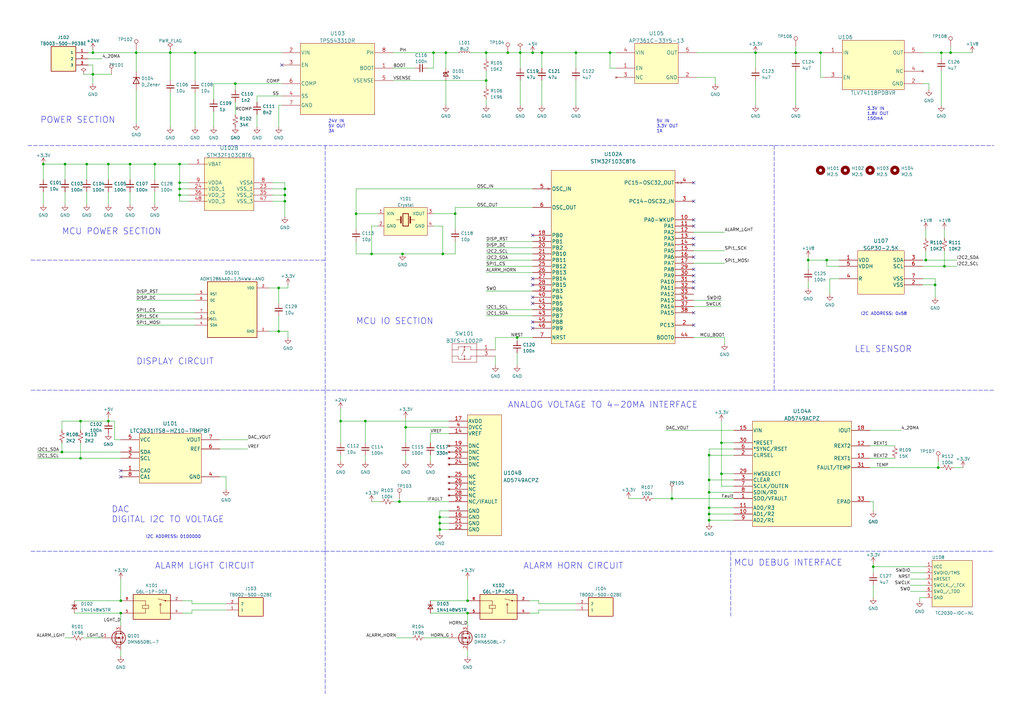
<source format=kicad_sch>
(kicad_sch (version 20211123) (generator eeschema)
  (paper "A3")
  (lib_symbols
    (symbol "B3FS-1002P_1" (pin_names (offset 0.254) hide)
      (property "Reference" "SW" (at 12.7 7.62 0))
      (property "Value" "B3FS-1002P_1" (at 12.7 5.08 0))
      (symbol "B3FS-1002P_1_1_1"
        (pin passive line (at 0 0 0) (length 7.62) (name "1") (number "1"))
        (pin passive line (at 0 0 0) (length 7.62) hide (name "2") (number "2"))
        (pin passive line (at 0 -2.54 0) (length 7.62) (name "3") (number "3"))
        (pin passive line (at 0 -2.54 0) (length 7.62) hide (name "4") (number "4"))
      )
    )
    (symbol "Connector:TestPoint" (pin_numbers hide) (pin_names (offset 0.762) hide)
      (property "Reference" "TP" (at 0 6.858 0))
      (property "Value" "TestPoint" (at 0 5.08 0))
      (symbol "TestPoint_1_1"
        (pin passive line (at 0 0 90) (length 2.54) (name "1") (number "1"))
      )
    )
    (symbol "Device:C_Small" (pin_numbers hide) (pin_names (offset 0.254) hide)
      (property "Reference" "C" (at 0.254 1.778 0))
      (property "Value" "C_Small" (at 0.254 -2.032 0))
      (symbol "C_Small_1_1"
        (pin passive line (at 0 2.54 270) (length 2.032) (name "~") (number "1"))
        (pin passive line (at 0 -2.54 90) (length 2.032) (name "~") (number "2"))
      )
    )
    (symbol "Device:D_Schottky_Small" (pin_numbers hide) (pin_names (offset 0.254) hide)
      (property "Reference" "D" (at -1.27 2.032 0))
      (property "Value" "D_Schottky_Small" (at -7.112 -2.032 0))
      (symbol "D_Schottky_Small_1_1"
        (pin passive line (at -2.54 0 0) (length 1.778) (name "K") (number "1"))
        (pin passive line (at 2.54 0 180) (length 1.778) (name "A") (number "2"))
      )
    )
    (symbol "Device:D_Small" (pin_numbers hide) (pin_names (offset 0.254) hide)
      (property "Reference" "D" (at -1.27 2.032 0))
      (property "Value" "D_Small" (at -3.81 -2.032 0))
      (symbol "D_Small_1_1"
        (pin passive line (at -2.54 0 0) (length 1.778) (name "K") (number "1"))
        (pin passive line (at 2.54 0 180) (length 1.778) (name "A") (number "2"))
      )
    )
    (symbol "Device:D_Zener" (pin_numbers hide) (pin_names (offset 1.016) hide)
      (property "Reference" "D" (at 0 2.54 0))
      (property "Value" "D_Zener" (at 0 -2.54 0))
      (symbol "D_Zener_1_1"
        (pin passive line (at -3.81 0 0) (length 2.54) (name "K") (number "1"))
        (pin passive line (at 3.81 0 180) (length 2.54) (name "A") (number "2"))
      )
    )
    (symbol "Device:L_Small" (pin_numbers hide) (pin_names (offset 0.254) hide)
      (property "Reference" "L" (at 0.762 1.016 0))
      (property "Value" "L_Small" (at 0.762 -1.016 0))
      (symbol "L_Small_1_1"
        (pin passive line (at 0 2.54 270) (length 0.508) (name "~") (number "1"))
        (pin passive line (at 0 -2.54 90) (length 0.508) (name "~") (number "2"))
      )
    )
    (symbol "Device:Q_NMOS_GSD" (pin_names (offset 0) hide)
      (property "Reference" "Q" (at 5.08 1.27 0))
      (property "Value" "Q_NMOS_GSD" (at 5.08 -1.27 0))
      (symbol "Q_NMOS_GSD_1_1"
        (pin input line (at -5.08 0 0) (length 2.54) (name "G") (number "1"))
        (pin passive line (at 2.54 -5.08 90) (length 2.54) (name "S") (number "2"))
        (pin passive line (at 2.54 5.08 270) (length 2.54) (name "D") (number "3"))
      )
    )
    (symbol "Device:R_Small_US" (pin_numbers hide) (pin_names (offset 0.254) hide)
      (property "Reference" "R" (at 0.762 0.508 0))
      (property "Value" "R_Small_US" (at 0.762 -1.016 0))
      (symbol "R_Small_US_1_1"
        (pin passive line (at 0 2.54 270) (length 1.016) (name "~") (number "1"))
        (pin passive line (at 0 -2.54 90) (length 1.016) (name "~") (number "2"))
      )
    )
    (symbol "LEL Detector:AD5749ACPZ" (pin_names (offset 0.254))
      (property "Reference" "U" (at 12.7 10.16 0))
      (property "Value" "AD5749ACPZ" (at 12.7 7.62 0))
      (symbol "AD5749ACPZ_1_1"
        (pin bidirectional line (at 0 -26.67 0) (length 7.62) (name "SDO/VFAULT") (number "1"))
        (pin bidirectional line (at 0 -33.02 0) (length 7.62) (name "AD1/R2") (number "10"))
        (pin bidirectional line (at 0 -30.48 0) (length 7.62) (name "AD0/R3") (number "11"))
        (pin unspecified line (at 55.88 -5.08 180) (length 7.62) (name "REXT2") (number "12"))
        (pin unspecified line (at 55.88 -10.16 180) (length 7.62) (name "REXT1") (number "13"))
        (pin input line (at 0 1.27 0) (length 7.62) (name "VIN") (number "15"))
        (pin output line (at 55.88 1.27 180) (length 7.62) (name "IOUT") (number "18"))
        (pin input line (at 0 -8.89 0) (length 7.62) (name "CLRSEL") (number "2"))
        (pin input line (at 0 -16.51 0) (length 7.62) (name "HWSELECT") (number "29"))
        (pin input line (at 0 -19.05 0) (length 7.62) (name "CLEAR") (number "3"))
        (pin input line (at 0 -3.81 0) (length 7.62) (name "*RESET") (number "30"))
        (pin output line (at 55.88 -13.97 180) (length 7.62) (name "FAULT/TEMP") (number "31"))
        (pin power_in line (at 55.88 -27.94 180) (length 7.62) (name "EPAD") (number "33"))
        (pin bidirectional line (at 0 -6.35 0) (length 7.62) (name "*SYNC/RSET") (number "6"))
        (pin bidirectional line (at 0 -21.59 0) (length 7.62) (name "SCLK/OUTEN") (number "7"))
        (pin bidirectional line (at 0 -24.13 0) (length 7.62) (name "SDIN/R0") (number "8"))
        (pin bidirectional line (at 0 -35.56 0) (length 7.62) (name "AD2/R1") (number "9"))
      )
      (symbol "AD5749ACPZ_2_1"
        (pin input line (at 0 -3.81 0) (length 7.62) (name "VREF") (number "14"))
        (pin power_in line (at 0 -38.1 0) (length 7.62) (name "GND") (number "16"))
        (pin power_in line (at 0 1.27 0) (length 7.62) (name "AVDD") (number "17"))
        (pin no_connect line (at 0 -8.89 0) (length 7.62) (name "DNC") (number "19"))
        (pin no_connect line (at 0 -11.43 0) (length 7.62) (name "DNC") (number "20"))
        (pin power_in line (at 0 -40.64 0) (length 7.62) (name "GND") (number "21"))
        (pin power_in line (at 0 -43.18 0) (length 7.62) (name "GND") (number "22"))
        (pin no_connect line (at 0 -13.97 0) (length 7.62) (name "DNC") (number "23"))
        (pin no_connect line (at 0 -16.51 0) (length 7.62) (name "DNC") (number "24"))
        (pin no_connect line (at 0 -21.59 0) (length 7.62) (name "NC") (number "25"))
        (pin no_connect line (at 0 -24.13 0) (length 7.62) (name "NC") (number "26"))
        (pin no_connect line (at 0 -26.67 0) (length 7.62) (name "NC") (number "27"))
        (pin no_connect line (at 0 -29.21 0) (length 7.62) (name "NC") (number "28"))
        (pin output line (at 0 -31.75 0) (length 7.62) (name "NC/IFAULT") (number "32"))
        (pin power_in line (at 0 -1.27 0) (length 7.62) (name "DVCC") (number "4"))
        (pin power_in line (at 0 -35.56 0) (length 7.62) (name "GND") (number "5"))
      )
    )
    (symbol "LEL Detector:AOM12864A0-1.54WW-ANO" (pin_names (offset 1.016))
      (property "Reference" "DS" (at -10.16 10.922 0))
      (property "Value" "AOM12864A0-1.54WW-ANO" (at -10.16 -15.24 0))
      (symbol "AOM12864A0-1.54WW-ANO_0_0"
        (pin power_in line (at 15.24 -10.16 180) (length 5.08) (name "GND") (number "1"))
        (pin power_in line (at 15.24 7.62 180) (length 5.08) (name "VDD") (number "2"))
        (pin input clock (at -15.24 -5.08 0) (length 5.08) (name "SCL") (number "3"))
        (pin bidirectional line (at -15.24 -7.62 0) (length 5.08) (name "SDA") (number "4"))
        (pin input line (at -15.24 5.08 0) (length 5.08) (name "RST") (number "5"))
        (pin input line (at -15.24 2.54 0) (length 5.08) (name "DC") (number "6"))
        (pin input line (at -15.24 -2.54 0) (length 5.08) (name "CS") (number "7"))
      )
    )
    (symbol "LEL Detector:AP7361C-33Y5-13" (pin_names (offset 0.254))
      (property "Reference" "U" (at 20.32 10.16 0))
      (property "Value" "AP7361C-33Y5-13" (at 20.32 7.62 0))
      (symbol "AP7361C-33Y5-13_1_1"
        (pin input line (at 0 -3.81 0) (length 7.62) (name "EN") (number "1"))
        (pin power_in line (at 33.02 -7.62 180) (length 7.62) (name "GND") (number "2"))
        (pin no_connect line (at 0 -7.62 0) (length 7.62) (name "NC") (number "3"))
        (pin power_in line (at 0 2.54 0) (length 7.62) (name "VIN") (number "4"))
        (pin output line (at 33.02 2.54 180) (length 7.62) (name "OUT") (number "5"))
      )
    )
    (symbol "LEL Detector:G6L-1P-DC3" (pin_names (offset 1.016) hide) (on_board no)
      (property "Reference" "K" (at -7.62 6.35 0))
      (property "Value" "G6L-1P-DC3" (at -7.62 -7.62 0))
      (symbol "G6L-1P-DC3_0_0"
        (pin passive line (at 12.7 2.54 180) (length 5.08) (name "~") (number "2"))
        (pin passive line (at 12.7 -2.54 180) (length 5.08) (name "~") (number "4"))
        (pin passive line (at -12.7 -2.54 0) (length 5.08) (name "~") (number "5"))
        (pin passive line (at -12.7 2.54 0) (length 5.08) (name "~") (number "8"))
      )
    )
    (symbol "LEL Detector:LTC2631ITS8-HZ10-TRMPBF" (pin_names (offset 0.254))
      (property "Reference" "U" (at 27.94 10.16 0))
      (property "Value" "LTC2631ITS8-HZ10-TRMPBF" (at 27.94 7.62 0))
      (symbol "LTC2631ITS8-HZ10-TRMPBF_1_1"
        (pin input line (at 15.24 -12.7 0) (length 7.62) (name "CA0") (number "1"))
        (pin input line (at 15.24 -7.62 0) (length 7.62) (name "SCL") (number "2"))
        (pin bidirectional line (at 15.24 -5.08 0) (length 7.62) (name "SDA") (number "3"))
        (pin power_in line (at 55.88 -15.24 180) (length 7.62) (name "GND") (number "4"))
        (pin power_in line (at 15.24 0 0) (length 7.62) (name "VCC") (number "5"))
        (pin power_in line (at 55.88 -3.81 180) (length 7.62) (name "REF") (number "6"))
        (pin output line (at 55.88 0 180) (length 7.62) (name "VOUT") (number "7"))
        (pin input line (at 15.24 -15.24 0) (length 7.62) (name "CA1") (number "8"))
      )
    )
    (symbol "LEL Detector:SGP30-2.5K" (pin_names (offset 0.254))
      (property "Reference" "U" (at 20.32 10.16 0))
      (property "Value" "SGP30-2.5K" (at 20.32 7.62 0))
      (symbol "SGP30-2.5K_1_1"
        (pin power_in line (at 0 0 0) (length 7.62) (name "VDD") (number "1"))
        (pin power_in line (at 34.29 -10.16 180) (length 7.62) (name "VSS") (number "2"))
        (pin bidirectional line (at 34.29 0 180) (length 7.62) (name "SDA") (number "3"))
        (pin power_in line (at 0 -7.62 0) (length 7.62) (name "R") (number "4"))
        (pin power_in line (at 0 -2.54 0) (length 7.62) (name "VDDH") (number "5"))
        (pin bidirectional line (at 34.29 -2.54 180) (length 7.62) (name "SCL") (number "6"))
        (pin power_in line (at 34.29 -7.62 180) (length 7.62) (name "VSS") (number "7"))
      )
    )
    (symbol "LEL Detector:STM32F103C8T6" (pin_names (offset 0.254))
      (property "Reference" "U" (at 33.02 10.16 0))
      (property "Value" "STM32F103C8T6" (at 33.02 7.62 0))
      (symbol "STM32F103C8T6_1_1"
        (pin bidirectional line (at 66.04 -17.78 180) (length 7.62) (name "PA0-WKUP") (number "10"))
        (pin bidirectional line (at 66.04 -20.32 180) (length 7.62) (name "PA1") (number "11"))
        (pin bidirectional line (at 66.04 -22.86 180) (length 7.62) (name "PA2") (number "12"))
        (pin bidirectional line (at 66.04 -25.4 180) (length 7.62) (name "PA3") (number "13"))
        (pin bidirectional line (at 66.04 -27.94 180) (length 7.62) (name "PA4") (number "14"))
        (pin bidirectional line (at 66.04 -30.48 180) (length 7.62) (name "PA5") (number "15"))
        (pin bidirectional line (at 66.04 -33.02 180) (length 7.62) (name "PA6") (number "16"))
        (pin bidirectional line (at 66.04 -35.56 180) (length 7.62) (name "PA7") (number "17"))
        (pin bidirectional line (at 0 -24.13 0) (length 7.62) (name "PB0") (number "18"))
        (pin bidirectional line (at 0 -26.67 0) (length 7.62) (name "PB1") (number "19"))
        (pin bidirectional line (at 66.04 -60.96 180) (length 7.62) (name "PC13") (number "2"))
        (pin bidirectional line (at 0 -29.21 0) (length 7.62) (name "PB2") (number "20"))
        (pin bidirectional line (at 0 -31.75 0) (length 7.62) (name "PB10") (number "21"))
        (pin bidirectional line (at 0 -34.29 0) (length 7.62) (name "PB11") (number "22"))
        (pin bidirectional line (at 0 -36.83 0) (length 7.62) (name "PB12") (number "25"))
        (pin bidirectional line (at 0 -39.37 0) (length 7.62) (name "PB13") (number "26"))
        (pin bidirectional line (at 0 -41.91 0) (length 7.62) (name "PB14") (number "27"))
        (pin bidirectional line (at 0 -44.45 0) (length 7.62) (name "PB15") (number "28"))
        (pin bidirectional line (at 66.04 -38.1 180) (length 7.62) (name "PA8") (number "29"))
        (pin bidirectional line (at 66.04 -10.16 180) (length 7.62) (name "PC14-OSC32_IN") (number "3"))
        (pin bidirectional line (at 66.04 -40.64 180) (length 7.62) (name "PA9") (number "30"))
        (pin bidirectional line (at 66.04 -43.18 180) (length 7.62) (name "PA10") (number "31"))
        (pin bidirectional line (at 66.04 -45.72 180) (length 7.62) (name "PA11") (number "32"))
        (pin bidirectional line (at 66.04 -48.26 180) (length 7.62) (name "PA12") (number "33"))
        (pin bidirectional line (at 66.04 -50.8 180) (length 7.62) (name "PA13") (number "34"))
        (pin bidirectional line (at 66.04 -53.34 180) (length 7.62) (name "PA14") (number "37"))
        (pin bidirectional line (at 66.04 -55.88 180) (length 7.62) (name "PA15") (number "38"))
        (pin bidirectional line (at 0 -46.99 0) (length 7.62) (name "PB3") (number "39"))
        (pin bidirectional line (at 66.04 -2.54 180) (length 7.62) (name "PC15-OSC32_OUT") (number "4"))
        (pin bidirectional line (at 0 -49.53 0) (length 7.62) (name "PB4") (number "40"))
        (pin bidirectional line (at 0 -52.07 0) (length 7.62) (name "PB5") (number "41"))
        (pin bidirectional line (at 0 -54.61 0) (length 7.62) (name "PB6") (number "42"))
        (pin bidirectional line (at 0 -57.15 0) (length 7.62) (name "PB7") (number "43"))
        (pin input line (at 66.04 -66.04 180) (length 7.62) (name "BOOT0") (number "44"))
        (pin bidirectional line (at 0 -59.69 0) (length 7.62) (name "PB8") (number "45"))
        (pin bidirectional line (at 0 -62.23 0) (length 7.62) (name "PB9") (number "46"))
        (pin input line (at 0 -5.08 0) (length 7.62) (name "OSC_IN") (number "5"))
        (pin output line (at 0 -12.7 0) (length 7.62) (name "OSC_OUT") (number "6"))
        (pin bidirectional line (at 0 -66.04 0) (length 7.62) (name "NRST") (number "7"))
      )
      (symbol "STM32F103C8T6_2_1"
        (pin power_in line (at 0 0 0) (length 7.62) (name "VBAT") (number "1"))
        (pin power_in line (at 34.29 -10.16 180) (length 7.62) (name "VSS_1") (number "23"))
        (pin power_in line (at 0 -10.16 0) (length 7.62) (name "VDD_1") (number "24"))
        (pin power_in line (at 34.29 -12.7 180) (length 7.62) (name "VSS_2") (number "35"))
        (pin power_in line (at 0 -12.7 0) (length 7.62) (name "VDD_2") (number "36"))
        (pin power_in line (at 34.29 -15.24 180) (length 7.62) (name "VSS_3") (number "47"))
        (pin power_in line (at 0 -15.24 0) (length 7.62) (name "VDD_3") (number "48"))
        (pin power_in line (at 34.29 -7.62 180) (length 7.62) (name "VSSA") (number "8"))
        (pin power_in line (at 0 -7.62 0) (length 7.62) (name "VDDA") (number "9"))
      )
    )
    (symbol "LEL Detector:TB002-500-02BE" (pin_names (offset 1.016))
      (property "Reference" "J" (at -5.588 5.08 0))
      (property "Value" "TB002-500-02BE" (at -5.08 -5.08 0))
      (symbol "TB002-500-02BE_0_0"
        (pin passive line (at -10.16 2.54 0) (length 5.08) (name "1") (number "1"))
        (pin passive line (at -10.16 0 0) (length 5.08) (name "2") (number "2"))
      )
    )
    (symbol "LEL Detector:TB003-500-P03BE" (pin_names (offset 1.016))
      (property "Reference" "J" (at -5.588 5.08 0))
      (property "Value" "TB003-500-P03BE" (at -5.08 -7.62 0))
      (symbol "TB003-500-P03BE_0_0"
        (pin passive line (at -10.16 2.54 0) (length 5.08) (name "1") (number "1"))
        (pin passive line (at -10.16 0 0) (length 5.08) (name "2") (number "2"))
        (pin passive line (at -10.16 -2.54 0) (length 5.08) (name "3") (number "3"))
      )
    )
    (symbol "LEL Detector:TC2030-IDC-NL"
      (property "Reference" "U" (at 2.54 0 0))
      (property "Value" "TC2030-IDC-NL" (at 11.43 -21.59 0))
      (symbol "TC2030-IDC-NL_0_0"
        (pin power_in line (at 0 -3.81 0) (length 2.54) (name "VCC") (number "1"))
        (pin bidirectional line (at 0 -6.35 0) (length 2.54) (name "SWDIO/TMS") (number "2"))
        (pin output line (at 0 -8.89 0) (length 2.54) (name "nRESET") (number "3"))
        (pin output line (at 0 -11.43 0) (length 2.54) (name "SWCLK_/_TCK") (number "4"))
        (pin power_in line (at 0 -16.51 0) (length 2.54) (name "GND") (number "5"))
        (pin input line (at 0 -13.97 0) (length 2.54) (name "SWO_/_TDO") (number "6"))
      )
    )
    (symbol "LEL Detector:TLV74118PDBVR" (pin_names (offset 0.254))
      (property "Reference" "U" (at 20.32 10.16 0))
      (property "Value" "TLV74118PDBVR" (at 20.32 7.62 0))
      (symbol "TLV74118PDBVR_1_1"
        (pin power_in line (at 0 0 0) (length 7.62) (name "IN") (number "1"))
        (pin power_in line (at 40.64 -12.7 180) (length 7.62) (name "GND") (number "2"))
        (pin input line (at 0 -10.16 0) (length 7.62) (name "EN") (number "3"))
        (pin no_connect line (at 40.64 -7.62 180) (length 7.62) (name "NC") (number "4"))
        (pin power_out line (at 40.64 0 180) (length 7.62) (name "OUT") (number "5"))
      )
    )
    (symbol "LEL Detector:TPS54331DR" (pin_names (offset 0.254))
      (property "Reference" "U" (at 22.86 10.16 0))
      (property "Value" "TPS54331DR" (at 22.86 7.62 0))
      (symbol "TPS54331DR_1_1"
        (pin input line (at 45.72 -6.35 180) (length 7.62) (name "BOOT") (number "1"))
        (pin input line (at 0 0 0) (length 7.62) (name "VIN") (number "2"))
        (pin unspecified line (at 0 -5.08 0) (length 7.62) (name "EN") (number "3"))
        (pin unspecified line (at 0 -17.78 0) (length 7.62) (name "SS") (number "4"))
        (pin input line (at 45.72 -11.43 180) (length 7.62) (name "VSENSE") (number "5"))
        (pin output line (at 0 -12.7 0) (length 7.62) (name "COMP") (number "6"))
        (pin power_in line (at 0 -21.59 0) (length 7.62) (name "GND") (number "7"))
        (pin power_out line (at 45.72 0 180) (length 7.62) (name "PH") (number "8"))
      )
    )
    (symbol "Mechanical:MountingHole" (pin_names (offset 1.016))
      (property "Reference" "H" (at 0 5.08 0))
      (property "Value" "MountingHole" (at 0 3.175 0))
    )
    (symbol "crystal:Crystal" (pin_names (offset 1.016))
      (property "Reference" "Y" (at -7.62 6.35 0))
      (property "Value" "Crystal" (at 6.35 6.35 0))
      (symbol "Crystal_1_1"
        (pin passive line (at -11.43 2.54 0) (length 2.54) (name "XIN") (number "1"))
        (pin power_in line (at -11.43 -2.54 0) (length 2.54) (name "GND") (number "2"))
        (pin passive line (at 11.43 2.54 180) (length 2.54) (name "XOUT") (number "3"))
        (pin power_in line (at 11.43 -2.54 180) (length 2.54) (name "GND") (number "4"))
      )
    )
    (symbol "power:+1V8" (power) (pin_names (offset 0))
      (property "Value" "+1V8" (at 0 3.556 0))
      (symbol "+1V8_1_1"
        (pin power_in line (at 0 0 90) (length 0) hide (name "+1V8") (number "1"))
      )
    )
    (symbol "power:+24V" (power) (pin_names (offset 0))
      (property "Value" "+24V" (at 0 3.556 0))
      (symbol "+24V_1_1"
        (pin power_in line (at 0 0 90) (length 0) hide (name "+24V") (number "1"))
      )
    )
    (symbol "power:+3.3V" (power) (pin_names (offset 0))
      (property "Value" "+3.3V" (at 0 3.556 0))
      (symbol "+3.3V_1_1"
        (pin power_in line (at 0 0 90) (length 0) hide (name "+3.3V") (number "1"))
      )
    )
    (symbol "power:+5V" (power) (pin_names (offset 0))
      (property "Value" "+5V" (at 0 3.556 0))
      (symbol "+5V_1_1"
        (pin power_in line (at 0 0 90) (length 0) hide (name "+5V") (number "1"))
      )
    )
    (symbol "power:GND" (power) (pin_names (offset 0))
      (property "Value" "GND" (at 0 -3.81 0))
      (symbol "GND_1_1"
        (pin power_in line (at 0 0 270) (length 0) hide (name "GND") (number "1"))
      )
    )
    (symbol "power:PWR_FLAG" (power) (pin_numbers hide) (pin_names (offset 0) hide)
      (property "Value" "PWR_FLAG" (at 0 3.81 0))
      (symbol "PWR_FLAG_0_0"
        (pin power_out line (at 0 0 90) (length 0) (name "pwr") (number "1"))
      )
    )
  )
  (junction (at 116.84 77.47))
  (junction (at 116.84 82.55))
  (junction (at 116.84 80.01))
  (junction (at 53.34 67.31))
  (junction (at 180.34 214.63))
  (junction (at 339.09 106.68))
  (junction (at 358.14 232.41))
  (junction (at 218.44 21.59))
  (junction (at 309.88 21.59))
  (junction (at 114.3 135.89))
  (junction (at 191.77 246.38))
  (junction (at 186.69 87.63))
  (junction (at 379.73 106.68))
  (junction (at 149.86 172.72))
  (junction (at 191.77 251.46))
  (junction (at 384.81 191.77))
  (junction (at 212.09 138.43))
  (junction (at 38.1 21.59))
  (junction (at 336.55 21.59))
  (junction (at 222.25 21.59))
  (junction (at 166.37 175.26))
  (junction (at 63.5 67.31))
  (junction (at 165.1 104.14))
  (junction (at 146.05 87.63))
  (junction (at 290.83 208.28))
  (junction (at 180.34 217.17))
  (junction (at 275.59 204.47))
  (junction (at 44.45 172.72))
  (junction (at 290.83 196.85))
  (junction (at 199.39 33.02))
  (junction (at 177.8 21.59))
  (junction (at 139.7 172.72))
  (junction (at 35.56 67.31))
  (junction (at 73.66 77.47))
  (junction (at 295.91 194.31))
  (junction (at 114.3 118.11))
  (junction (at 49.53 251.46))
  (junction (at 152.4 104.14))
  (junction (at 182.88 21.59))
  (junction (at 290.83 213.36))
  (junction (at 386.08 21.59))
  (junction (at 73.66 74.93))
  (junction (at 290.83 210.82))
  (junction (at 290.83 201.93))
  (junction (at 387.35 109.22))
  (junction (at 331.47 106.68))
  (junction (at 44.45 67.31))
  (junction (at 49.53 246.38))
  (junction (at 295.91 181.61))
  (junction (at 96.52 34.29))
  (junction (at 33.02 172.72))
  (junction (at 236.22 21.59))
  (junction (at 26.67 67.31))
  (junction (at 55.88 21.59))
  (junction (at 326.39 21.59))
  (junction (at 199.39 21.59))
  (junction (at 383.54 116.84))
  (junction (at 69.85 21.59))
  (junction (at 25.4 185.42))
  (junction (at 389.89 21.59))
  (junction (at 290.83 186.69))
  (junction (at 181.61 104.14))
  (junction (at 38.1 30.48))
  (junction (at 208.28 21.59))
  (junction (at 17.78 67.31))
  (junction (at 73.66 80.01))
  (junction (at 180.34 212.09))
  (junction (at 163.83 205.74))
  (junction (at 213.36 21.59))
  (junction (at 80.01 21.59))
  (junction (at 73.66 67.31))
  (junction (at 33.02 187.96))
  (junction (at 250.19 21.59))
  (no_connect (at 284.48 113.03))
  (no_connect (at 218.44 134.62))
  (no_connect (at 284.48 115.57))
  (no_connect (at 49.53 193.04))
  (no_connect (at 49.53 195.58))
  (no_connect (at 218.44 96.52))
  (no_connect (at 284.48 133.35))
  (no_connect (at 284.48 82.55))
  (no_connect (at 218.44 114.3))
  (no_connect (at 218.44 132.08))
  (no_connect (at 284.48 128.27))
  (no_connect (at 284.48 100.33))
  (no_connect (at 284.48 105.41))
  (no_connect (at 284.48 74.93))
  (no_connect (at 284.48 90.17))
  (no_connect (at 284.48 92.71))
  (no_connect (at 115.57 26.67))
  (no_connect (at 284.48 97.79))
  (no_connect (at 218.44 116.84))
  (no_connect (at 284.48 118.11))
  (no_connect (at 218.44 121.92))
  (no_connect (at 218.44 124.46))
  (no_connect (at 284.48 110.49))
  (wire (pts (xy 146.05 104.14) (xy 152.4 104.14)))
  (wire (pts (xy 326.39 21.59) (xy 326.39 24.13)))
  (wire (pts (xy 273.05 176.53) (xy 300.99 176.53)))
  (wire (pts (xy 379.73 106.68) (xy 392.43 106.68)))
  (wire (pts (xy 55.88 128.27) (xy 80.01 128.27)))
  (wire (pts (xy 326.39 21.59) (xy 336.55 21.59)))
  (wire (pts (xy 162.56 261.62) (xy 168.91 261.62)))
  (wire (pts (xy 191.77 266.7) (xy 191.77 269.24)))
  (wire (pts (xy 152.4 104.14) (xy 165.1 104.14)))
  (wire (pts (xy 96.52 36.83) (xy 96.52 34.29)))
  (wire (pts (xy 290.83 196.85) (xy 290.83 201.93)))
  (wire (pts (xy 87.63 40.64) (xy 87.63 34.29)))
  (wire (pts (xy 212.09 144.78) (xy 212.09 149.86)))
  (wire (pts (xy 218.44 21.59) (xy 213.36 21.59)))
  (wire (pts (xy 53.34 67.31) (xy 53.34 73.66)))
  (wire (pts (xy 114.3 118.11) (xy 110.49 118.11)))
  (wire (pts (xy 69.85 20.32) (xy 69.85 21.59)))
  (wire (pts (xy 373.38 242.57) (xy 379.73 242.57)))
  (wire (pts (xy 181.61 104.14) (xy 186.69 104.14)))
  (polyline (pts (xy 12.7 226.06) (xy 133.35 226.06)))
  (wire (pts (xy 96.52 34.29) (xy 115.57 34.29)))
  (wire (pts (xy 78.74 246.38) (xy 74.93 246.38)))
  (wire (pts (xy 220.98 250.19) (xy 236.22 250.19)))
  (wire (pts (xy 344.17 109.22) (xy 339.09 109.22)))
  (wire (pts (xy 339.09 106.68) (xy 344.17 106.68)))
  (wire (pts (xy 199.39 99.06) (xy 218.44 99.06)))
  (wire (pts (xy 181.61 92.71) (xy 181.61 104.14)))
  (wire (pts (xy 44.45 78.74) (xy 44.45 83.82)))
  (wire (pts (xy 290.83 196.85) (xy 300.99 196.85)))
  (wire (pts (xy 116.84 80.01) (xy 116.84 77.47)))
  (wire (pts (xy 379.73 93.98) (xy 379.73 97.79)))
  (wire (pts (xy 180.34 214.63) (xy 180.34 217.17)))
  (wire (pts (xy 252.73 27.94) (xy 250.19 27.94)))
  (wire (pts (xy 180.34 214.63) (xy 184.15 214.63)))
  (wire (pts (xy 73.66 67.31) (xy 77.47 67.31)))
  (wire (pts (xy 378.46 106.68) (xy 379.73 106.68)))
  (wire (pts (xy 284.48 102.87) (xy 297.18 102.87)))
  (wire (pts (xy 55.88 36.83) (xy 55.88 50.8)))
  (wire (pts (xy 73.66 67.31) (xy 73.66 74.93)))
  (wire (pts (xy 222.25 27.94) (xy 222.25 21.59)))
  (wire (pts (xy 44.45 172.72) (xy 33.02 172.72)))
  (wire (pts (xy 175.26 27.94) (xy 177.8 27.94)))
  (wire (pts (xy 166.37 186.69) (xy 166.37 189.23)))
  (wire (pts (xy 69.85 21.59) (xy 80.01 21.59)))
  (wire (pts (xy 146.05 87.63) (xy 146.05 93.98)))
  (wire (pts (xy 203.2 138.43) (xy 203.2 143.51)))
  (wire (pts (xy 331.47 106.68) (xy 339.09 106.68)))
  (wire (pts (xy 193.04 21.59) (xy 199.39 21.59)))
  (polyline (pts (xy 133.35 160.02) (xy 133.35 226.06)))
  (wire (pts (xy 87.63 34.29) (xy 96.52 34.29)))
  (wire (pts (xy 114.3 118.11) (xy 114.3 124.46)))
  (wire (pts (xy 199.39 119.38) (xy 218.44 119.38)))
  (wire (pts (xy 250.19 27.94) (xy 250.19 21.59)))
  (wire (pts (xy 290.83 201.93) (xy 300.99 201.93)))
  (wire (pts (xy 55.88 130.81) (xy 80.01 130.81)))
  (wire (pts (xy 285.75 21.59) (xy 309.88 21.59)))
  (wire (pts (xy 45.72 30.48) (xy 38.1 30.48)))
  (wire (pts (xy 152.4 205.74) (xy 156.21 205.74)))
  (wire (pts (xy 149.86 186.69) (xy 149.86 189.23)))
  (wire (pts (xy 184.15 209.55) (xy 180.34 209.55)))
  (wire (pts (xy 378.46 21.59) (xy 386.08 21.59)))
  (wire (pts (xy 55.88 21.59) (xy 55.88 29.21)))
  (wire (pts (xy 199.39 21.59) (xy 208.28 21.59)))
  (wire (pts (xy 386.08 29.21) (xy 386.08 43.18)))
  (wire (pts (xy 25.4 185.42) (xy 49.53 185.42)))
  (wire (pts (xy 116.84 77.47) (xy 116.84 74.93)))
  (wire (pts (xy 139.7 186.69) (xy 139.7 189.23)))
  (wire (pts (xy 191.77 237.49) (xy 191.77 246.38)))
  (wire (pts (xy 17.78 67.31) (xy 26.67 67.31)))
  (wire (pts (xy 220.98 246.38) (xy 217.17 246.38)))
  (wire (pts (xy 213.36 27.94) (xy 213.36 21.59)))
  (wire (pts (xy 379.73 106.68) (xy 379.73 102.87)))
  (wire (pts (xy 55.88 20.32) (xy 55.88 21.59)))
  (wire (pts (xy 290.83 208.28) (xy 290.83 210.82)))
  (wire (pts (xy 295.91 181.61) (xy 300.99 181.61)))
  (wire (pts (xy 220.98 251.46) (xy 220.98 250.19)))
  (wire (pts (xy 118.11 116.84) (xy 118.11 118.11)))
  (wire (pts (xy 78.74 247.65) (xy 78.74 246.38)))
  (wire (pts (xy 297.18 138.43) (xy 297.18 140.97)))
  (wire (pts (xy 176.53 246.38) (xy 191.77 246.38)))
  (wire (pts (xy 38.1 30.48) (xy 38.1 34.29)))
  (wire (pts (xy 176.53 189.23) (xy 176.53 186.69)))
  (wire (pts (xy 331.47 110.49) (xy 331.47 106.68)))
  (wire (pts (xy 199.39 104.14) (xy 218.44 104.14)))
  (wire (pts (xy 38.1 21.59) (xy 55.88 21.59)))
  (wire (pts (xy 33.02 172.72) (xy 33.02 176.53)))
  (wire (pts (xy 105.41 39.37) (xy 105.41 41.91)))
  (wire (pts (xy 367.03 187.96) (xy 356.87 187.96)))
  (wire (pts (xy 218.44 21.59) (xy 222.25 21.59)))
  (wire (pts (xy 69.85 38.1) (xy 69.85 52.07)))
  (wire (pts (xy 38.1 26.67) (xy 38.1 30.48)))
  (wire (pts (xy 284.48 95.25) (xy 297.18 95.25)))
  (wire (pts (xy 25.4 172.72) (xy 25.4 176.53)))
  (wire (pts (xy 118.11 135.89) (xy 114.3 135.89)))
  (wire (pts (xy 55.88 120.65) (xy 80.01 120.65)))
  (wire (pts (xy 73.66 74.93) (xy 77.47 74.93)))
  (wire (pts (xy 387.35 93.98) (xy 387.35 97.79)))
  (wire (pts (xy 96.52 41.91) (xy 96.52 46.99)))
  (polyline (pts (xy 133.35 59.69) (xy 133.35 160.02)))
  (wire (pts (xy 186.69 87.63) (xy 177.8 87.63)))
  (wire (pts (xy 116.84 88.9) (xy 116.84 82.55)))
  (wire (pts (xy 290.83 201.93) (xy 290.83 208.28)))
  (wire (pts (xy 111.76 77.47) (xy 116.84 77.47)))
  (wire (pts (xy 284.48 123.19) (xy 295.91 123.19)))
  (wire (pts (xy 46.99 180.34) (xy 49.53 180.34)))
  (wire (pts (xy 389.89 21.59) (xy 398.78 21.59)))
  (wire (pts (xy 381 34.29) (xy 381 36.83)))
  (polyline (pts (xy 133.35 226.06) (xy 407.67 226.06)))
  (wire (pts (xy 284.48 107.95) (xy 297.18 107.95)))
  (wire (pts (xy 186.69 93.98) (xy 186.69 87.63)))
  (wire (pts (xy 300.99 199.39) (xy 295.91 199.39)))
  (wire (pts (xy 44.45 67.31) (xy 53.34 67.31)))
  (wire (pts (xy 331.47 105.41) (xy 331.47 106.68)))
  (wire (pts (xy 80.01 38.1) (xy 80.01 52.07)))
  (wire (pts (xy 149.86 172.72) (xy 184.15 172.72)))
  (wire (pts (xy 387.35 109.22) (xy 392.43 109.22)))
  (wire (pts (xy 212.09 138.43) (xy 218.44 138.43)))
  (wire (pts (xy 33.02 172.72) (xy 25.4 172.72)))
  (wire (pts (xy 152.4 92.71) (xy 154.94 92.71)))
  (wire (pts (xy 267.97 204.47) (xy 275.59 204.47)))
  (wire (pts (xy 166.37 175.26) (xy 184.15 175.26)))
  (wire (pts (xy 293.37 31.75) (xy 293.37 34.29)))
  (wire (pts (xy 339.09 109.22) (xy 339.09 106.68)))
  (wire (pts (xy 199.39 33.02) (xy 199.39 35.56)))
  (wire (pts (xy 161.29 27.94) (xy 170.18 27.94)))
  (wire (pts (xy 383.54 114.3) (xy 378.46 114.3)))
  (wire (pts (xy 218.44 77.47) (xy 146.05 77.47)))
  (wire (pts (xy 26.67 67.31) (xy 26.67 73.66)))
  (wire (pts (xy 383.54 121.92) (xy 383.54 116.84)))
  (wire (pts (xy 290.83 208.28) (xy 300.99 208.28)))
  (wire (pts (xy 55.88 123.19) (xy 80.01 123.19)))
  (wire (pts (xy 177.8 21.59) (xy 182.88 21.59)))
  (wire (pts (xy 284.48 125.73) (xy 295.91 125.73)))
  (wire (pts (xy 203.2 138.43) (xy 212.09 138.43)))
  (wire (pts (xy 290.83 210.82) (xy 300.99 210.82)))
  (wire (pts (xy 213.36 20.32) (xy 213.36 21.59)))
  (wire (pts (xy 213.36 33.02) (xy 213.36 43.18)))
  (wire (pts (xy 383.54 116.84) (xy 383.54 114.3)))
  (wire (pts (xy 161.29 33.02) (xy 199.39 33.02)))
  (wire (pts (xy 326.39 29.21) (xy 326.39 43.18)))
  (wire (pts (xy 295.91 172.72) (xy 295.91 181.61)))
  (wire (pts (xy 152.4 104.14) (xy 152.4 92.71)))
  (wire (pts (xy 111.76 82.55) (xy 116.84 82.55)))
  (wire (pts (xy 74.93 251.46) (xy 78.74 251.46)))
  (wire (pts (xy 33.02 181.61) (xy 33.02 187.96)))
  (wire (pts (xy 284.48 138.43) (xy 297.18 138.43)))
  (wire (pts (xy 180.34 217.17) (xy 180.34 218.44)))
  (wire (pts (xy 212.09 139.7) (xy 212.09 138.43)))
  (wire (pts (xy 63.5 78.74) (xy 63.5 83.82)))
  (wire (pts (xy 177.8 92.71) (xy 181.61 92.71)))
  (wire (pts (xy 176.53 177.8) (xy 184.15 177.8)))
  (polyline (pts (xy 317.5 59.69) (xy 317.5 160.02)))
  (wire (pts (xy 275.59 204.47) (xy 300.99 204.47)))
  (wire (pts (xy 290.83 213.36) (xy 290.83 214.63)))
  (wire (pts (xy 337.82 31.75) (xy 336.55 31.75)))
  (wire (pts (xy 182.88 21.59) (xy 187.96 21.59)))
  (wire (pts (xy 163.83 205.74) (xy 184.15 205.74)))
  (wire (pts (xy 26.67 78.74) (xy 26.67 83.82)))
  (wire (pts (xy 356.87 191.77) (xy 384.81 191.77)))
  (wire (pts (xy 290.83 213.36) (xy 300.99 213.36)))
  (wire (pts (xy 73.66 74.93) (xy 73.66 77.47)))
  (wire (pts (xy 92.71 195.58) (xy 90.17 195.58)))
  (wire (pts (xy 63.5 67.31) (xy 63.5 73.66)))
  (wire (pts (xy 336.55 21.59) (xy 337.82 21.59)))
  (wire (pts (xy 218.44 111.76) (xy 199.39 111.76)))
  (wire (pts (xy 161.29 205.74) (xy 163.83 205.74)))
  (wire (pts (xy 257.81 204.47) (xy 262.89 204.47)))
  (wire (pts (xy 161.29 21.59) (xy 177.8 21.59)))
  (wire (pts (xy 17.78 67.31) (xy 17.78 73.66)))
  (wire (pts (xy 15.24 185.42) (xy 25.4 185.42)))
  (wire (pts (xy 191.77 251.46) (xy 191.77 256.54)))
  (wire (pts (xy 285.75 31.75) (xy 293.37 31.75)))
  (wire (pts (xy 73.66 77.47) (xy 77.47 77.47)))
  (wire (pts (xy 217.17 251.46) (xy 220.98 251.46)))
  (wire (pts (xy 176.53 181.61) (xy 176.53 177.8)))
  (wire (pts (xy 35.56 67.31) (xy 35.56 73.66)))
  (wire (pts (xy 236.22 21.59) (xy 236.22 27.94)))
  (wire (pts (xy 309.88 21.59) (xy 309.88 27.94)))
  (wire (pts (xy 114.3 43.18) (xy 115.57 43.18)))
  (wire (pts (xy 15.24 187.96) (xy 33.02 187.96)))
  (wire (pts (xy 250.19 21.59) (xy 252.73 21.59)))
  (wire (pts (xy 69.85 21.59) (xy 69.85 33.02)))
  (wire (pts (xy 35.56 67.31) (xy 44.45 67.31)))
  (wire (pts (xy 36.195 24.13) (xy 41.91 24.13)))
  (wire (pts (xy 218.44 85.09) (xy 186.69 85.09)))
  (wire (pts (xy 30.48 246.38) (xy 49.53 246.38)))
  (wire (pts (xy 340.36 114.3) (xy 344.17 114.3)))
  (wire (pts (xy 236.22 33.02) (xy 236.22 43.18)))
  (wire (pts (xy 26.67 67.31) (xy 35.56 67.31)))
  (wire (pts (xy 222.25 33.02) (xy 222.25 43.18)))
  (wire (pts (xy 80.01 21.59) (xy 115.57 21.59)))
  (wire (pts (xy 63.5 67.31) (xy 73.66 67.31)))
  (wire (pts (xy 300.99 194.31) (xy 295.91 194.31)))
  (wire (pts (xy 290.83 186.69) (xy 300.99 186.69)))
  (wire (pts (xy 44.45 172.72) (xy 46.99 172.72)))
  (wire (pts (xy 46.99 172.72) (xy 46.99 180.34)))
  (wire (pts (xy 90.17 180.34) (xy 101.6 180.34)))
  (wire (pts (xy 199.39 29.21) (xy 199.39 33.02)))
  (wire (pts (xy 295.91 181.61) (xy 295.91 194.31)))
  (wire (pts (xy 154.94 87.63) (xy 146.05 87.63)))
  (wire (pts (xy 53.34 67.31) (xy 63.5 67.31)))
  (wire (pts (xy 36.195 26.67) (xy 38.1 26.67)))
  (wire (pts (xy 87.63 45.72) (xy 87.63 52.07)))
  (wire (pts (xy 49.53 266.7) (xy 49.53 269.24)))
  (wire (pts (xy 384.81 191.77) (xy 386.08 191.77)))
  (wire (pts (xy 389.89 19.05) (xy 389.89 21.59)))
  (wire (pts (xy 30.48 251.46) (xy 49.53 251.46)))
  (wire (pts (xy 78.74 251.46) (xy 78.74 250.19)))
  (wire (pts (xy 358.14 205.74) (xy 356.87 205.74)))
  (wire (pts (xy 386.08 21.59) (xy 389.89 21.59)))
  (wire (pts (xy 77.47 82.55) (xy 73.66 82.55)))
  (wire (pts (xy 116.84 82.55) (xy 116.84 80.01)))
  (wire (pts (xy 220.98 247.65) (xy 236.22 247.65)))
  (wire (pts (xy 80.01 21.59) (xy 80.01 33.02)))
  (wire (pts (xy 199.39 21.59) (xy 199.39 24.13)))
  (wire (pts (xy 180.34 217.17) (xy 184.15 217.17)))
  (wire (pts (xy 222.25 21.59) (xy 236.22 21.59)))
  (wire (pts (xy 44.45 171.45) (xy 44.45 172.72)))
  (wire (pts (xy 358.14 209.55) (xy 358.14 205.74)))
  (wire (pts (xy 38.1 30.48) (xy 34.29 30.48)))
  (wire (pts (xy 114.3 129.54) (xy 114.3 135.89)))
  (wire (pts (xy 114.3 135.89) (xy 110.49 135.89)))
  (wire (pts (xy 149.86 172.72) (xy 149.86 181.61)))
  (wire (pts (xy 90.17 184.15) (xy 101.6 184.15)))
  (wire (pts (xy 379.73 245.11) (xy 377.19 245.11)))
  (wire (pts (xy 356.87 182.88) (xy 367.03 182.88)))
  (wire (pts (xy 186.69 99.06) (xy 186.69 104.14)))
  (wire (pts (xy 358.14 240.03) (xy 358.14 245.11)))
  (wire (pts (xy 199.39 101.6) (xy 218.44 101.6)))
  (wire (pts (xy 199.39 109.22) (xy 218.44 109.22)))
  (wire (pts (xy 326.39 19.05) (xy 326.39 21.59)))
  (wire (pts (xy 177.8 27.94) (xy 177.8 21.59)))
  (wire (pts (xy 295.91 194.31) (xy 295.91 199.39)))
  (wire (pts (xy 25.4 181.61) (xy 25.4 185.42)))
  (wire (pts (xy 309.88 21.59) (xy 326.39 21.59)))
  (wire (pts (xy 165.1 104.14) (xy 181.61 104.14)))
  (wire (pts (xy 77.47 80.01) (xy 73.66 80.01)))
  (wire (pts (xy 53.34 78.74) (xy 53.34 83.82)))
  (wire (pts (xy 44.45 67.31) (xy 44.45 73.66)))
  (wire (pts (xy 118.11 118.11) (xy 114.3 118.11)))
  (wire (pts (xy 340.36 120.65) (xy 340.36 114.3)))
  (polyline (pts (xy 11.43 59.69) (xy 407.67 59.69)))
  (wire (pts (xy 180.34 212.09) (xy 184.15 212.09)))
  (wire (pts (xy 146.05 99.06) (xy 146.05 104.14)))
  (wire (pts (xy 358.14 231.14) (xy 358.14 232.41)))
  (wire (pts (xy 290.83 186.69) (xy 290.83 196.85)))
  (wire (pts (xy 33.02 187.96) (xy 49.53 187.96)))
  (wire (pts (xy 275.59 201.93) (xy 275.59 204.47)))
  (wire (pts (xy 384.81 189.23) (xy 384.81 191.77)))
  (wire (pts (xy 336.55 31.75) (xy 336.55 21.59)))
  (wire (pts (xy 118.11 138.43) (xy 118.11 135.89)))
  (wire (pts (xy 300.99 184.15) (xy 290.83 184.15)))
  (wire (pts (xy 146.05 77.47) (xy 146.05 87.63)))
  (wire (pts (xy 17.78 78.74) (xy 17.78 83.82)))
  (wire (pts (xy 182.88 33.02) (xy 182.88 43.18)))
  (polyline (pts (xy 12.7 106.68) (xy 133.35 106.68)))
  (wire (pts (xy 105.41 46.99) (xy 105.41 52.07)))
  (wire (pts (xy 139.7 172.72) (xy 149.86 172.72)))
  (wire (pts (xy 34.29 261.62) (xy 41.91 261.62)))
  (wire (pts (xy 35.56 78.74) (xy 35.56 83.82)))
  (wire (pts (xy 180.34 212.09) (xy 180.34 214.63)))
  (wire (pts (xy 386.08 24.13) (xy 386.08 21.59)))
  (wire (pts (xy 78.74 247.65) (xy 92.71 247.65)))
  (wire (pts (xy 139.7 172.72) (xy 139.7 181.61)))
  (wire (pts (xy 73.66 80.01) (xy 73.66 82.55)))
  (wire (pts (xy 378.46 34.29) (xy 381 34.29)))
  (wire (pts (xy 114.3 52.07) (xy 114.3 43.18)))
  (wire (pts (xy 358.14 234.95) (xy 358.14 232.41)))
  (wire (pts (xy 176.53 251.46) (xy 191.77 251.46)))
  (wire (pts (xy 373.38 237.49) (xy 379.73 237.49)))
  (wire (pts (xy 378.46 109.22) (xy 387.35 109.22)))
  (wire (pts (xy 387.35 109.22) (xy 387.35 102.87)))
  (wire (pts (xy 208.28 21.59) (xy 213.36 21.59)))
  (wire (pts (xy 49.53 251.46) (xy 49.53 256.54)))
  (wire (pts (xy 55.88 133.35) (xy 80.01 133.35)))
  (wire (pts (xy 290.83 184.15) (xy 290.83 186.69)))
  (wire (pts (xy 92.71 200.66) (xy 92.71 195.58)))
  (wire (pts (xy 290.83 210.82) (xy 290.83 213.36)))
  (wire (pts (xy 199.39 40.64) (xy 199.39 43.18)))
  (wire (pts (xy 180.34 209.55) (xy 180.34 212.09)))
  (wire (pts (xy 26.67 261.62) (xy 29.21 261.62)))
  (wire (pts (xy 220.98 247.65) (xy 220.98 246.38)))
  (wire (pts (xy 173.99 261.62) (xy 184.15 261.62)))
  (wire (pts (xy 139.7 172.72) (xy 139.7 167.64)))
  (wire (pts (xy 356.87 176.53) (xy 369.57 176.53)))
  (polyline (pts (xy 12.7 160.02) (xy 407.67 160.02)))
  (wire (pts (xy 163.83 204.47) (xy 163.83 205.74)))
  (wire (pts (xy 166.37 175.26) (xy 166.37 181.61)))
  (wire (pts (xy 377.19 245.11) (xy 377.19 246.38)))
  (wire (pts (xy 166.37 175.26) (xy 166.37 171.45)))
  (wire (pts (xy 115.57 39.37) (xy 105.41 39.37)))
  (wire (pts (xy 182.88 21.59) (xy 182.88 27.94)))
  (wire (pts (xy 236.22 21.59) (xy 250.19 21.59)))
  (polyline (pts (xy 299.72 226.06) (xy 299.72 252.73)))
  (polyline (pts (xy 133.35 226.06) (xy 133.35 284.48)))
  (wire (pts (xy 199.39 127) (xy 218.44 127)))
  (wire (pts (xy 373.38 240.03) (xy 379.73 240.03)))
  (wire (pts (xy 186.69 85.09) (xy 186.69 87.63)))
  (wire (pts (xy 394.97 191.77) (xy 391.16 191.77)))
  (wire (pts (xy 309.88 33.02) (xy 309.88 43.18)))
  (wire (pts (xy 55.88 21.59) (xy 69.85 21.59)))
  (wire (pts (xy 36.195 21.59) (xy 38.1 21.59)))
  (wire (pts (xy 331.47 115.57) (xy 331.47 118.11)))
  (wire (pts (xy 199.39 129.54) (xy 218.44 129.54)))
  (wire (pts (xy 199.39 106.68) (xy 218.44 106.68)))
  (wire (pts (xy 358.14 232.41) (xy 379.73 232.41)))
  (wire (pts (xy 116.84 74.93) (xy 111.76 74.93)))
  (wire (pts (xy 373.38 234.95) (xy 379.73 234.95)))
  (wire (pts (xy 203.2 146.05) (xy 203.2 149.86)))
  (wire (pts (xy 378.46 116.84) (xy 383.54 116.84)))
  (wire (pts (xy 78.74 250.19) (xy 92.71 250.19)))
  (wire (pts (xy 38.1 20.32) (xy 38.1 21.59)))
  (wire (pts (xy 73.66 77.47) (xy 73.66 80.01)))
  (wire (pts (xy 111.76 80.01) (xy 116.84 80.01)))
  (wire (pts (xy 49.53 237.49) (xy 49.53 246.38)))
  (text "ANALOG VOLTAGE TO 4-20MA INTERFACE\n" (at 208.28 167.64 0) (effects (font (size 2.54 2.54)) (justify left bottom)))
  (text "I2C ADDRESS: 0x58" (at 353.06 129.54 0) (effects (font (size 1.27 1.27)) (justify left bottom)))
  (text "ALARM LIGHT CIRCUIT\n" (at 63.5 233.68 0) (effects (font (size 2.54 2.54)) (justify left bottom)))
  (text "DISPLAY CIRCUIT" (at 55.88 149.86 0) (effects (font (size 2.54 2.54)) (justify left bottom)))
  (text "3.3V IN\n1.8V OUT\n150mA" (at 355.6 49.53 0) (effects (font (size 1.27 1.27)) (justify left bottom)))
  (text "POWER SECTION" (at 16.51 50.8 0) (effects (font (size 2.54 2.54)) (justify left bottom)))
  (text "LEL SENSOR\n" (at 350.52 144.78 0) (effects (font (size 2.54 2.54)) (justify left bottom)))
  (text "5V IN\n3.3V OUT\n1A\n" (at 269.24 54.61 0) (effects (font (size 1.27 1.27)) (justify left bottom)))
  (text "24V IN\n5V OUT\n3A" (at 134.62 54.61 0) (effects (font (size 1.27 1.27)) (justify left bottom)))
  (text "DAC\nDIGITAL I2C TO VOLTAGE" (at 45.72 214.63 0) (effects (font (size 2.54 2.54)) (justify left bottom)))
  (text "MCU DEBUG INTERFACE\n" (at 300.99 232.41 0) (effects (font (size 2.54 2.54)) (justify left bottom)))
  (text "PAUSED TEMPORARILY, DAC WAS NOT COMPATIBLE, NEED TO SWITCH TO \nDAC WITH EXTERNAL REFERENCE" (at -281.94 64.77 0) (effects (font (size 5.08 5.08)) (justify left bottom)))
  (text "I2C ADDRESS: 0100000" (at 59.69 220.98 0) (effects (font (size 1.27 1.27)) (justify left bottom)))
  (text "ALARM HORN CIRCUIT\n" (at 214.63 233.68 0) (effects (font (size 2.54 2.54)) (justify left bottom)))
  (text "MCU IO SECTION\n" (at 146.05 133.35 0) (effects (font (size 2.54 2.54)) (justify left bottom)))
  (text "MCU POWER SECTION\n" (at 25.4 96.52 0) (effects (font (size 2.54 2.54)) (justify left bottom)))
  (label "SS" (at 111.76 39.37 0))
  (label "I2C2_SDA" (at 199.39 106.68 0))
  (label "DAC_VOUT" (at 101.6 180.34 0))
  (label "SPI1_MOSI" (at 55.88 133.35 0))
  (label "REXT2" (at 358.14 187.96 0))
  (label "MCU_BOOT" (at 297.18 138.43 180))
  (label "SPI1_CS" (at 55.88 128.27 0))
  (label "ALARM_LGHT" (at 26.67 261.62 180))
  (label "SWO" (at 199.39 119.38 0))
  (label "COMP" (at 109.22 34.29 0))
  (label "RCOMP" (at 96.52 45.72 0))
  (label "PH" (at 163.83 21.59 0))
  (label "DISP_DC" (at 199.39 101.6 0))
  (label "HORN_G" (at 176.53 261.62 0))
  (label "I2C2_SCL" (at 199.39 104.14 0))
  (label "LGHT_G" (at 35.56 261.62 0))
  (label "SWCLK" (at 295.91 125.73 180))
  (label "OSC_OUT" (at 195.58 85.09 0))
  (label "VREF" (at 101.6 184.15 0))
  (label "I2C1_SCL" (at 15.24 187.96 0))
  (label "VSENSE" (at 161.29 33.02 0))
  (label "NRST" (at 209.55 138.43 0))
  (label "SPI1_CS" (at 199.39 109.22 0))
  (label "SPI1_SCK" (at 55.88 130.81 0))
  (label "I2C1_SDA" (at 199.39 129.54 0))
  (label "I2C2_SDA" (at 392.43 106.68 0))
  (label "LGHT_D" (at 49.53 255.27 180))
  (label "REXT1" (at 358.14 182.88 0))
  (label "I2C2_SCL" (at 392.43 109.22 0))
  (label "HORN_D" (at 191.77 256.54 180))
  (label "Fault" (at 295.91 204.47 0))
  (label "BOOT" (at 161.29 27.94 0))
  (label "4_20MA" (at 41.91 24.13 0))
  (label "SWDIO" (at 373.38 234.95 180))
  (label "SWO" (at 373.38 242.57 180))
  (label "SWCLK" (at 373.38 240.03 180))
  (label "4_20MA" (at 369.57 176.53 0))
  (label "DISP_RST" (at 55.88 120.65 0))
  (label "SPI1_SCK" (at 297.18 102.87 0))
  (label "DISP_RST" (at 199.39 99.06 0))
  (label "ALARM_LGHT" (at 297.18 95.25 0))
  (label "OSC_IN" (at 195.58 77.47 0))
  (label "TEMP" (at 359.41 191.77 0))
  (label "I2C1_SCL" (at 199.39 127 0))
  (label "I2C1_SDA" (at 15.24 185.42 0))
  (label "VREF" (at 176.53 177.8 0))
  (label "DISP_DC" (at 55.88 123.19 0))
  (label "DAC_VOUT" (at 273.05 176.53 0))
  (label "SPI1_MOSI" (at 297.18 107.95 0))
  (label "ALARM_HORN" (at 162.56 261.62 180))
  (label "SWDIO" (at 295.91 123.19 180))
  (label "NRST" (at 373.38 237.49 180))
  (label "IFAULT" (at 175.26 205.74 0))
  (label "ALARM_HORN" (at 199.39 111.76 0))
  (symbol (lib_id "Mechanical:MountingHole") (at 367.03 69.85 0) (unit 1)
    (property "Reference" "H104" (at 369.57 69.0153 0) (effects (justify left)))
    (property "Value" "M2.5" (at 369.57 71.5522 0) (effects (justify left)))
    (property "Footprint" "MountingHole:MountingHole_2.7mm_M2.5" (effects hide))
  )
  (symbol (lib_id "Mechanical:MountingHole") (at 356.87 69.85 0) (unit 1)
    (property "Reference" "H103" (at 359.41 69.0153 0) (effects (justify left)))
    (property "Value" "M2.5" (at 359.41 71.5522 0) (effects (justify left)))
    (property "Footprint" "MountingHole:MountingHole_2.7mm_M2.5" (effects hide))
  )
  (symbol (lib_name "B3FS-1002P_1") (lib_id "LEL Detector:B3FS-1002P") (at 203.2 143.51 0) (mirror y) (unit 1)
    (property "Reference" "SW101" (at 190.5 136.8224 0) (effects (font (size 1.524 1.524))))
    (property "Value" "B3FS-1002P" (at 190.5 139.8158 0) (effects (font (size 1.524 1.524))))
    (property "Footprint" "LEL DETECTOR:B3FS-1002P_BUTTON" (effects hide))
    (property "MP" "B3FS-1002P" (effects hide))
    (property "MANUFACTURER" "Omron Electronics Inc-EMC Div" (effects hide))
    (property "PACKAGE" "6.30mm x 6.00mm" (effects hide))
  )
  (symbol (lib_id "power:GND") (at 80.01 52.07 0) (unit 1)
    (property "Reference" "#PWR0114" (effects hide))
    (property "Value" "GND" (at 80.01 56.5134 0))
  )
  (symbol (lib_id "power:GND") (at 118.11 138.43 0) (unit 1)
    (property "Reference" "#PWR0164" (effects hide))
    (property "Value" "GND" (at 118.11 142.8734 0))
  )
  (symbol (lib_id "power:GND") (at 165.1 104.14 0) (unit 1)
    (property "Reference" "#PWR0125" (effects hide))
    (property "Value" "GND" (at 165.1 108.5834 0))
  )
  (symbol (lib_id "power:GND") (at 44.45 177.8 0) (unit 1)
    (property "Reference" "#PWR0104" (effects hide))
    (property "Value" "GND" (at 44.45 182.2434 0))
  )
  (symbol (lib_id "Device:C_Small") (at 222.25 30.48 0) (unit 1)
    (property "Reference" "C121" (at 224.79 29.21 0) (effects (justify left)))
    (property "Value" "47u" (at 224.79 31.75 0) (effects (justify left)))
    (property "Footprint" "LEL DETECTOR:CAPC3225X270N_10U" (effects hide))
    (property "MANUFACTURER" "Murata" (effects hide))
    (property "MP" "GRM32ER61C476KE15L" (effects hide))
    (property "PACKAGE" "1210" (effects hide))
  )
  (symbol (lib_id "Device:R_Small_US") (at 199.39 26.67 0) (unit 1)
    (property "Reference" "R105" (at 201.041 25.8353 0) (effects (justify left)))
    (property "Value" "10K2" (at 201.041 28.3722 0) (effects (justify left)))
    (property "Footprint" "LEL DETECTOR:RESC1005X40N" (effects hide))
    (property "MANUFACTURER" "VISHAY" (effects hide))
    (property "MP" "CRCW040210K2FKED" (effects hide))
    (property "PACKAGE" "0402" (effects hide))
  )
  (symbol (lib_id "Device:C_Small") (at 96.52 39.37 0) (unit 1)
    (property "Reference" "C110" (at 98.8441 38.5416 0) (effects (justify left)))
    (property "Value" "1n2" (at 98.8441 41.0785 0) (effects (justify left)))
    (property "Footprint" "LEL DETECTOR:CAPC1005X55N_1n2" (effects hide))
    (property "MANUFACTURER" "Murata" (effects hide))
    (property "MP" "GRM155R71H122KA01D" (effects hide))
    (property "PACKAGE" "0402" (effects hide))
  )
  (symbol (lib_id "Device:C_Small") (at 186.69 96.52 180) (unit 1)
    (property "Reference" "C118" (at 189.0141 95.6789 0) (effects (justify right)))
    (property "Value" "10p" (at 189.0141 98.2158 0) (effects (justify right)))
    (property "Footprint" "LEL DETECTOR:CAPC1005X55N_1n2" (effects hide))
    (property "MANUFACTURER" "Murata" (effects hide))
    (property "MP" " GCM1555C1H100JA16J" (effects hide))
    (property "PACKAGE" "0402" (effects hide))
  )
  (symbol (lib_id "power:+3.3V") (at 394.97 191.77 0) (unit 1)
    (property "Reference" "#PWR0158" (effects hide))
    (property "Value" "+3.3V" (at 394.97 188.1942 0))
  )
  (symbol (lib_id "power:+3.3V") (at 17.78 67.31 0) (unit 1)
    (property "Reference" "#PWR0101" (effects hide))
    (property "Value" "+3.3V" (at 17.78 63.7342 0))
  )
  (symbol (lib_id "power:GND") (at 96.52 52.07 0) (unit 1)
    (property "Reference" "#PWR0117" (effects hide))
    (property "Value" "GND" (at 96.52 56.5134 0))
  )
  (symbol (lib_id "power:+5V") (at 44.45 171.45 0) (unit 1)
    (property "Reference" "#PWR0103" (effects hide))
    (property "Value" "+5V" (at 44.45 167.8742 0))
  )
  (symbol (lib_id "Device:R_Small_US") (at 33.02 179.07 0) (unit 1)
    (property "Reference" "R113" (at 34.671 178.2353 0) (effects (justify left)))
    (property "Value" "2K2" (at 34.671 180.7722 0) (effects (justify left)))
    (property "Footprint" "LEL DETECTOR:RESC1005X40N_2K2" (effects hide))
    (property "MANUFACTURER" "VISHAY" (effects hide))
    (property "MP" "CRCW04022K20FKED" (effects hide))
    (property "PACKAGE" "0402" (effects hide))
  )
  (symbol (lib_id "power:GND") (at 213.36 43.18 0) (unit 1)
    (property "Reference" "#PWR0135" (effects hide))
    (property "Value" "GND" (at 213.36 47.6234 0))
  )
  (symbol (lib_id "LEL Detector:TB002-500-02BE") (at 102.87 247.65 0) (mirror x) (unit 1)
    (property "Reference" "J103" (at 102.87 241.4102 0))
    (property "Value" "TB002-500-02BE" (at 102.87 243.9471 0))
    (property "Footprint" "LEL DETECTOR:CUI_TB002-500-02BE" (effects hide))
    (property "MANUFACTURER" "CUI" (effects hide))
    (property "STANDARD" "Manufacturer Recommendations" (effects hide))
    (property "MP" "TB002-500-02BE" (effects hide))
    (property "PACKAGE" "5mm pitch" (effects hide))
  )
  (symbol (lib_id "power:GND") (at 297.18 140.97 0) (unit 1)
    (property "Reference" "#PWR0144" (effects hide))
    (property "Value" "GND" (at 297.18 145.4134 0))
  )
  (symbol (lib_id "power:GND") (at 26.67 83.82 0) (unit 1)
    (property "Reference" "#PWR0107" (effects hide))
    (property "Value" "GND" (at 26.67 88.2634 0))
  )
  (symbol (lib_id "LEL Detector:G6L-1P-DC3") (at 204.47 248.92 0) (unit 1)
    (property "Reference" "K102" (at 204.47 240.1402 0))
    (property "Value" "G6L-1P-DC3" (at 204.47 242.6771 0))
    (property "Footprint" "LEL DETECTOR:RELAY_G6L-1P-DC3" (effects hide))
    (property "PRICE" "None" (effects hide))
    (property "MP" "G6L-1P-DC24" (effects hide))
    (property "PACKAGE" "10.6mm x 7mm x 4mm" (effects hide))
    (property "AVAILABILITY" "Unavailable" (effects hide))
    (property "DESCRIPTION" "Telecom Relay SPST-NO (1 Form A) Through Hole" (effects hide))
    (property "MF" "Omron Electronics" (effects hide))
    (property "MANUFACTURER" "Omron Electronics" (effects hide))
  )
  (symbol (lib_id "Device:R_Small_US") (at 367.03 185.42 0) (unit 1)
    (property "Reference" "R109" (at 368.681 184.5853 0) (effects (justify left)))
    (property "Value" "15K" (at 368.681 187.1222 0) (effects (justify left)))
    (property "Footprint" "LEL DETECTOR:RESC1005X40N" (effects hide))
    (property "MANUFACTURER" "VISHAY" (effects hide))
    (property "MP" "CRCW040215K0FKEDC" (effects hide))
    (property "PACKAGE" "0402" (effects hide))
  )
  (symbol (lib_id "LEL Detector:AOM12864A0-1.54WW-ANO") (at 95.25 125.73 0) (unit 1)
    (property "Reference" "DS101" (at 95.25 111.8702 0))
    (property "Value" "AOM12864A0-1.54WW-ANO" (at 95.25 114.4071 0))
    (property "Footprint" "LEL DETECTOR:AOM12864A0-1.54WW-ANO_DISPLAY" (effects hide))
    (property "MAXIMUM_PACKAGE_HEIGHT" "5.5mm" (effects hide))
    (property "PARTREV" "O" (effects hide))
    (property "MANUFACTURER" "Orient Display" (effects hide))
    (property "STANDARD" "Manufacturer Recommendations" (effects hide))
    (property "MP" "AOM12864A0-1.54WW-ANO" (effects hide))
    (property "PACKAGE" "1.54\"" (effects hide))
  )
  (symbol (lib_id "power:GND") (at 309.88 43.18 0) (unit 1)
    (property "Reference" "#PWR0147" (effects hide))
    (property "Value" "GND" (at 309.88 47.6234 0))
  )
  (symbol (lib_id "Device:C_Small") (at 172.72 27.94 90) (unit 1)
    (property "Reference" "C116" (at 172.7263 22.6781 90))
    (property "Value" "100n" (at 172.7263 25.215 90))
    (property "Footprint" "LEL DETECTOR:CAPC1005X55N_1n2" (effects hide))
    (property "MANUFACTURER" "Murata" (effects hide))
    (property "MP" "GRM155R71A104KA01D" (effects hide))
    (property "PACKAGE" "0402" (effects hide))
  )
  (symbol (lib_id "LEL Detector:AD5749ACPZ") (at 300.99 177.8 0) (unit 1)
    (property "Reference" "U104" (at 328.93 168.6359 0) (effects (font (size 1.524 1.524))))
    (property "Value" "AD5749ACPZ" (at 328.93 171.6293 0) (effects (font (size 1.524 1.524))))
    (property "Footprint" "LEL DETECTOR:AD5749ACPZ" (effects hide))
    (property "MP" "AD5749ACPZ" (effects hide))
    (property "MANUFACTURER" "Analog Devices" (effects hide))
    (property "PACKAGE" "32-LFCSP-VQ (5x5)" (effects hide))
  )
  (symbol (lib_id "power:+24V") (at 139.7 167.64 0) (unit 1)
    (property "Reference" "#PWR0121" (effects hide))
    (property "Value" "+24V" (at 139.7 164.0642 0))
  )
  (symbol (lib_id "power:+1V8") (at 387.35 93.98 0) (unit 1)
    (property "Reference" "#PWR0157" (effects hide))
    (property "Value" "+1V8" (at 387.35 90.4042 0))
  )
  (symbol (lib_id "LEL Detector:TB003-500-P03BE") (at 26.035 24.13 0) (mirror y) (unit 1)
    (property "Reference" "J102" (at 26.035 15.3502 0))
    (property "Value" "TB003-500-P03BE" (at 26.035 17.8871 0))
    (property "Footprint" "LEL DETECTOR:CUI_TB003-500-P03BE" (effects hide))
    (property "MANUFACTURER" "CUI" (effects hide))
    (property "STANDARD" "Manufacturer Recommendations" (effects hide))
    (property "MP" "TB003-500-P03BE" (effects hide))
    (property "PACKAGE" "5mm pitch" (effects hide))
  )
  (symbol (lib_id "power:GND") (at 180.34 218.44 0) (unit 1)
    (property "Reference" "#PWR0129" (effects hide))
    (property "Value" "GND" (at 180.34 222.8834 0))
  )
  (symbol (lib_id "power:GND") (at 63.5 83.82 0) (unit 1)
    (property "Reference" "#PWR0170" (effects hide))
    (property "Value" "GND" (at 63.5 88.2634 0))
  )
  (symbol (lib_id "power:+3.3V") (at 49.53 237.49 0) (unit 1)
    (property "Reference" "#PWR0108" (effects hide))
    (property "Value" "+3.3V" (at 49.53 233.9142 0))
  )
  (symbol (lib_id "Device:C_Small") (at 63.5 76.2 180) (unit 1)
    (property "Reference" "C128" (at 65.8241 75.3589 0) (effects (justify right)))
    (property "Value" "100n" (at 65.8241 77.8958 0) (effects (justify right)))
    (property "Footprint" "LEL DETECTOR:CAPC1005X55N_1n2" (effects hide))
    (property "MANUFACTURER" "Murata" (effects hide))
    (property "MP" "GRM155R71A104KA01D" (effects hide))
    (property "PACKAGE" "0402" (effects hide))
  )
  (symbol (lib_id "LEL Detector:STM32F103C8T6") (at 77.47 67.31 0) (unit 2)
    (property "Reference" "U102" (at 93.98 60.6859 0) (effects (font (size 1.524 1.524))))
    (property "Value" "STM32F103C8T6" (at 93.98 63.6793 0) (effects (font (size 1.524 1.524))))
    (property "Footprint" "LEL DETECTOR:STM32F103C8T6" (effects hide))
    (property "MANUFACTURER" "STMicroelectronics" (effects hide))
    (property "MP" "STM32F103C8T6" (effects hide))
    (property "PACKAGE" "48-LQFP" (effects hide))
  )
  (symbol (lib_id "Device:C_Small") (at 358.14 237.49 0) (unit 1)
    (property "Reference" "C127" (at 360.68 236.22 0) (effects (justify left)))
    (property "Value" "4u7" (at 360.68 238.76 0) (effects (justify left)))
    (property "Footprint" "LEL DETECTOR:MURATA_4u7_0603" (effects hide))
    (property "MANUFACTURER" "Murata" (effects hide))
    (property "MP" "GRM188C81C475KE11D" (effects hide))
    (property "PACKAGE" "0603" (effects hide))
  )
  (symbol (lib_id "Device:R_Small_US") (at 31.75 261.62 90) (unit 1)
    (property "Reference" "R101" (at 31.75 257.0312 90))
    (property "Value" "1K96" (at 31.75 259.5681 90))
    (property "Footprint" "LEL DETECTOR:RESC1005X40N" (effects hide))
    (property "MANUFACTURER" "VISHAY" (effects hide))
    (property "MP" " CRCW04021K96FKED " (effects hide))
    (property "PACKAGE" "0402" (effects hide))
  )
  (symbol (lib_id "power:GND") (at 149.86 189.23 0) (unit 1)
    (property "Reference" "#PWR0123" (effects hide))
    (property "Value" "GND" (at 149.86 193.6734 0))
  )
  (symbol (lib_id "Connector:TestPoint") (at 208.28 21.59 0) (mirror y) (unit 1) (in_bom no)
    (property "Reference" "TP104" (at 206.883 17.4533 0) (effects (justify left)))
    (property "Value" "TestPoint" (effects hide))
    (property "Footprint" "TestPoint:TestPoint_Pad_1.0x1.0mm" (effects hide))
  )
  (symbol (lib_id "power:GND") (at 114.3 52.07 0) (unit 1)
    (property "Reference" "#PWR0119" (effects hide))
    (property "Value" "GND" (at 114.3 56.5134 0))
  )
  (symbol (lib_id "power:GND") (at 358.14 209.55 0) (unit 1)
    (property "Reference" "#PWR0152" (effects hide))
    (property "Value" "GND" (at 358.14 213.9934 0))
  )
  (symbol (lib_id "Device:R_Small_US") (at 199.39 38.1 0) (unit 1)
    (property "Reference" "R106" (at 201.041 37.2653 0) (effects (justify left)))
    (property "Value" "1K96" (at 201.041 39.8022 0) (effects (justify left)))
    (property "Footprint" "LEL DETECTOR:RESC1005X40N" (effects hide))
    (property "MANUFACTURER" "VISHAY" (effects hide))
    (property "MP" " CRCW04021K96FKED " (effects hide))
    (property "PACKAGE" "0402" (effects hide))
  )
  (symbol (lib_id "Mechanical:MountingHole") (at 336.55 69.85 0) (unit 1)
    (property "Reference" "H101" (at 339.09 69.0153 0) (effects (justify left)))
    (property "Value" "M2.5" (at 339.09 71.5522 0) (effects (justify left)))
    (property "Footprint" "MountingHole:MountingHole_2.7mm_M2.5" (effects hide))
  )
  (symbol (lib_id "power:+1V8") (at 379.73 93.98 0) (unit 1)
    (property "Reference" "#PWR0153" (effects hide))
    (property "Value" "+1V8" (at 379.73 90.4042 0))
  )
  (symbol (lib_id "Device:L_Small") (at 190.5 21.59 90) (unit 1)
    (property "Reference" "L101" (at 190.5 17.5092 90))
    (property "Value" "8u2" (at 190.5 20.0461 90))
    (property "Footprint" "LEL DETECTOR:IHLP2525CZER8R2M01" (effects hide))
    (property "MANUFACTURER" "VISHAY" (effects hide))
    (property "MP" "IHLP2525CZER8R2M01" (effects hide))
    (property "PACKAGE" "6.86mm x 6.47mm" (effects hide))
  )
  (symbol (lib_id "Device:D_Small") (at 176.53 248.92 270) (unit 1)
    (property "Reference" "D103" (at 179.07 247.65 90) (effects (justify left)))
    (property "Value" "1N4148WSTR" (at 179.07 250.19 90) (effects (justify left)))
    (property "Footprint" "LEL DETECTOR:1N4148WSTR" (effects hide))
    (property "MANUFACTURER" "SMC Diode Solutions" (effects hide))
    (property "MP" "1N4148WS" (effects hide))
    (property "PACKAGE" "SOD-323" (effects hide))
  )
  (symbol (lib_id "LEL Detector:AD5749ACPZ") (at 184.15 173.99 0) (unit 2)
    (property "Reference" "U104" (at 206.375 193.9688 0) (effects (font (size 1.524 1.524)) (justify left)))
    (property "Value" "AD5749ACPZ" (at 206.375 196.9622 0) (effects (font (size 1.524 1.524)) (justify left)))
    (property "Footprint" "LEL DETECTOR:AD5749ACPZ" (effects hide))
    (property "MP" "AD5749ACPZ" (effects hide))
    (property "MANUFACTURER" "Analog Devices" (effects hide))
    (property "PACKAGE" "32-LFCSP-VQ (5x5)" (effects hide))
  )
  (symbol (lib_id "Device:C_Small") (at 53.34 76.2 180) (unit 1)
    (property "Reference" "C107" (at 55.6641 75.3589 0) (effects (justify right)))
    (property "Value" "100n" (at 55.6641 77.8958 0) (effects (justify right)))
    (property "Footprint" "LEL DETECTOR:CAPC1005X55N_1n2" (effects hide))
    (property "MANUFACTURER" "Murata" (effects hide))
    (property "MP" "GRM155R71A104KA01D" (effects hide))
    (property "PACKAGE" "0402" (effects hide))
  )
  (symbol (lib_id "power:+3.3V") (at 309.88 21.59 0) (unit 1)
    (property "Reference" "#PWR0146" (effects hide))
    (property "Value" "+3.3V" (at 309.88 18.0142 0))
  )
  (symbol (lib_id "power:GND") (at 55.88 50.8 0) (unit 1)
    (property "Reference" "#PWR0160" (effects hide))
    (property "Value" "GND" (at 55.88 55.2434 0))
  )
  (symbol (lib_id "crystal:Crystal") (at 166.37 90.17 0) (unit 1)
    (property "Reference" "Y101" (at 166.37 81.5172 0))
    (property "Value" "Crystal" (at 166.37 84.0541 0))
    (property "Footprint" "LEL DETECTOR:ABM8G16000MHZB4YT" (effects hide))
    (property "MANUFACTURER" "ABRACON" (effects hide))
    (property "MP" "ABM8G16000MHZB4YT" (effects hide))
    (property "PACKAGE" "3.20mm x 2.50mm" (effects hide))
  )
  (symbol (lib_id "power:+24V") (at 38.1 20.32 0) (unit 1)
    (property "Reference" "#PWR0105" (effects hide))
    (property "Value" "+24V" (at 38.1 16.7442 0))
  )
  (symbol (lib_id "power:+3.3V") (at 358.14 231.14 0) (unit 1)
    (property "Reference" "#PWR0167" (effects hide))
    (property "Value" "+3.3V" (at 358.14 227.5642 0))
  )
  (symbol (lib_id "Device:R_Small_US") (at 158.75 205.74 90) (unit 1)
    (property "Reference" "R103" (at 158.75 201.1512 90))
    (property "Value" "100k" (at 158.75 203.6881 90))
    (property "Footprint" "LEL DETECTOR:RESC1005X40N" (effects hide))
    (property "MANUFACTURER" "VISHAY" (effects hide))
    (property "MP" "CRCW0402100KFKEDC" (effects hide))
    (property "PACKAGE" "0402" (effects hide))
  )
  (symbol (lib_id "Device:R_Small_US") (at 96.52 49.53 0) (unit 1)
    (property "Reference" "R102" (at 98.171 48.6953 0) (effects (justify left)))
    (property "Value" "34K" (at 98.171 51.2322 0) (effects (justify left)))
    (property "Footprint" "LEL DETECTOR:RESC1005X40N" (effects hide))
    (property "MANUFACTURER" "VISHAY" (effects hide))
    (property "MP" "CRCW040234K0FKED" (effects hide))
    (property "PACKAGE" "0402" (effects hide))
  )
  (symbol (lib_id "power:GND") (at 92.71 200.66 0) (unit 1)
    (property "Reference" "#PWR0116" (effects hide))
    (property "Value" "GND" (at 92.71 205.1034 0))
  )
  (symbol (lib_id "LEL Detector:STM32F103C8T6") (at 218.44 72.39 0) (unit 1)
    (property "Reference" "U102" (at 251.46 63.2259 0) (effects (font (size 1.524 1.524))))
    (property "Value" "STM32F103C8T6" (at 251.46 66.2193 0) (effects (font (size 1.524 1.524))))
    (property "Footprint" "LEL DETECTOR:STM32F103C8T6" (effects hide))
    (property "MANUFACTURER" "STMicroelectronics" (effects hide))
    (property "MP" "STM32F103C8T6" (effects hide))
    (property "PACKAGE" "48-LQFP" (effects hide))
  )
  (symbol (lib_id "Connector:TestPoint") (at 163.83 204.47 0) (mirror y) (unit 1) (in_bom no)
    (property "Reference" "TP103" (at 168.91 199.39 0) (effects (justify left)))
    (property "Value" "TestPoint" (effects hide))
    (property "Footprint" "TestPoint:TestPoint_Pad_1.0x1.0mm" (effects hide))
  )
  (symbol (lib_id "power:GND") (at 17.78 83.82 0) (unit 1)
    (property "Reference" "#PWR0102" (effects hide))
    (property "Value" "GND" (at 17.78 88.2634 0))
  )
  (symbol (lib_id "power:GND") (at 69.85 52.07 0) (unit 1)
    (property "Reference" "#PWR0112" (effects hide))
    (property "Value" "GND" (at 69.85 56.5134 0))
  )
  (symbol (lib_id "Device:C_Small") (at 35.56 76.2 180) (unit 1)
    (property "Reference" "C104" (at 37.8841 75.3589 0) (effects (justify right)))
    (property "Value" "100n" (at 37.8841 77.8958 0) (effects (justify right)))
    (property "Footprint" "LEL DETECTOR:CAPC1005X55N_1n2" (effects hide))
    (property "MANUFACTURER" "Murata" (effects hide))
    (property "MP" "GRM155R71A104KA01D" (effects hide))
    (property "PACKAGE" "0402" (effects hide))
  )
  (symbol (lib_id "power:GND") (at 49.53 269.24 0) (unit 1)
    (property "Reference" "#PWR0109" (effects hide))
    (property "Value" "GND" (at 49.53 273.6834 0))
  )
  (symbol (lib_id "power:PWR_FLAG") (at 69.85 20.32 0) (unit 1)
    (property "Reference" "#FLG0102" (effects hide))
    (property "Value" "PWR_FLAG" (at 69.85 16.7442 0))
  )
  (symbol (lib_id "Device:C_Small") (at 166.37 184.15 180) (unit 1)
    (property "Reference" "C115" (at 168.6941 183.3089 0) (effects (justify right)))
    (property "Value" "100n" (at 168.6941 185.8458 0) (effects (justify right)))
    (property "Footprint" "LEL DETECTOR:CAPC1005X55N_1n2" (effects hide))
    (property "MANUFACTURER" "Murata" (effects hide))
    (property "MP" "GRM155R71A104KA01D" (effects hide))
    (property "PACKAGE" "0402" (effects hide))
  )
  (symbol (lib_id "Device:R_Small_US") (at 265.43 204.47 90) (unit 1)
    (property "Reference" "R107" (at 265.43 199.8812 90))
    (property "Value" "100k" (at 265.43 202.4181 90))
    (property "Footprint" "LEL DETECTOR:RESC1005X40N" (effects hide))
    (property "MANUFACTURER" "VISHAY" (effects hide))
    (property "MP" "CRCW0402100KFKEDC" (effects hide))
    (property "PACKAGE" "0402" (effects hide))
  )
  (symbol (lib_id "Device:Q_NMOS_GSD") (at 189.23 261.62 0) (unit 1)
    (property "Reference" "Q102" (at 194.437 260.7853 0) (effects (justify left)))
    (property "Value" "DMN65D8L-7" (at 194.437 263.3222 0) (effects (justify left)))
    (property "Footprint" "LEL DETECTOR:DMN65D8L-7_MOSFET" (effects hide))
    (property "MANUFACTURER" "DIODES" (effects hide))
    (property "MP" "DMN65D8L-7" (effects hide))
    (property "PACKAGE" "SOT23" (effects hide))
  )
  (symbol (lib_id "power:GND") (at 53.34 83.82 0) (unit 1)
    (property "Reference" "#PWR0113" (effects hide))
    (property "Value" "GND" (at 53.34 88.2634 0))
  )
  (symbol (lib_id "Device:C_Small") (at 139.7 184.15 0) (unit 1)
    (property "Reference" "C112" (at 142.24 182.88 0) (effects (justify left)))
    (property "Value" "10u" (at 142.24 185.42 0) (effects (justify left)))
    (property "Footprint" "LEL DETECTOR:SAMSUNG_10u_0603" (effects hide))
    (property "MANUFACTURER" "SAMSUNG" (effects hide))
    (property "MP" "CL10A106MP8NNNC" (effects hide))
    (property "PACKAGE" "0603" (effects hide))
  )
  (symbol (lib_id "LEL Detector:TLV74118PDBVR") (at 337.82 21.59 0) (unit 1)
    (property "Reference" "U106" (at 346.71 15.24 0) (effects (font (size 1.524 1.524))))
    (property "Value" "TLV74118PDBVR" (at 358.14 38.1 0) (effects (font (size 1.524 1.524))))
    (property "Footprint" "LEL DETECTOR:SOT95P280X145-5N_1V8" (effects hide))
    (property "MP" "TLV74118PDBVR" (effects hide))
    (property "MANUFACTURER" "Texas Instruments" (effects hide))
    (property "PACKAGE" "SOT-23-5" (effects hide))
  )
  (symbol (lib_id "power:GND") (at 293.37 34.29 0) (unit 1)
    (property "Reference" "#PWR0143" (effects hide))
    (property "Value" "GND" (at 293.37 38.7334 0))
  )
  (symbol (lib_id "power:GND") (at 166.37 189.23 0) (unit 1)
    (property "Reference" "#PWR0127" (effects hide))
    (property "Value" "GND" (at 166.37 193.6734 0))
  )
  (symbol (lib_id "power:GND") (at 139.7 189.23 0) (unit 1)
    (property "Reference" "#PWR0122" (effects hide))
    (property "Value" "GND" (at 139.7 193.6734 0))
  )
  (symbol (lib_id "power:+3.3V") (at 257.81 204.47 0) (unit 1)
    (property "Reference" "#PWR0140" (effects hide))
    (property "Value" "+3.3V" (at 257.81 200.8942 0))
  )
  (symbol (lib_id "LEL Detector:SGP30-2.5K") (at 344.17 106.68 0) (unit 1)
    (property "Reference" "U107" (at 361.315 98.7859 0) (effects (font (size 1.524 1.524))))
    (property "Value" "SGP30-2.5K" (at 361.315 101.7793 0) (effects (font (size 1.524 1.524))))
    (property "Footprint" "LEL DETECTOR:SGP30-2.5K" (effects hide))
    (property "MP" "SGP30-2.5K" (effects hide))
    (property "MANUFACTURER" "Sensirion AG" (effects hide))
    (property "PACKAGE" "2.45mm x 2.45mm x 0.9mm" (effects hide))
  )
  (symbol (lib_id "Device:C_Small") (at 326.39 26.67 0) (unit 1)
    (property "Reference" "C124" (at 328.93 25.4 0) (effects (justify left)))
    (property "Value" "4u7" (at 328.93 27.94 0) (effects (justify left)))
    (property "Footprint" "LEL DETECTOR:MURATA_4u7_0603" (effects hide))
    (property "MANUFACTURER" "Murata" (effects hide))
    (property "MP" "GRM188C81C475KE11D" (effects hide))
    (property "PACKAGE" "0603" (effects hide))
  )
  (symbol (lib_id "Device:R_Small_US") (at 387.35 100.33 0) (unit 1)
    (property "Reference" "R111" (at 389.001 99.4953 0) (effects (justify left)))
    (property "Value" "10K2" (at 389.001 102.0322 0) (effects (justify left)))
    (property "Footprint" "LEL DETECTOR:RESC1005X40N" (effects hide))
    (property "MANUFACTURER" "VISHAY" (effects hide))
    (property "MP" "CRCW040210K2FKED" (effects hide))
    (property "PACKAGE" "0402" (effects hide))
  )
  (symbol (lib_id "Device:C_Small") (at 386.08 26.67 0) (unit 1)
    (property "Reference" "C126" (at 388.62 25.4 0) (effects (justify left)))
    (property "Value" "4u7" (at 388.62 27.94 0) (effects (justify left)))
    (property "Footprint" "LEL DETECTOR:MURATA_4u7_0603" (effects hide))
    (property "MANUFACTURER" "Murata" (effects hide))
    (property "MP" "GRM188C81C475KE11D" (effects hide))
    (property "PACKAGE" "0603" (effects hide))
  )
  (symbol (lib_id "Device:R_Small_US") (at 25.4 179.07 0) (unit 1)
    (property "Reference" "R108" (at 27.051 178.2353 0) (effects (justify left)))
    (property "Value" "2K2" (at 27.051 180.7722 0) (effects (justify left)))
    (property "Footprint" "LEL DETECTOR:RESC1005X40N_2K2" (effects hide))
    (property "MANUFACTURER" "VISHAY" (effects hide))
    (property "MP" "CRCW04022K20FKED" (effects hide))
    (property "PACKAGE" "0402" (effects hide))
  )
  (symbol (lib_id "LEL Detector:TC2030-IDC-NL") (at 379.73 228.6 0) (unit 1) (in_bom no)
    (property "Reference" "U108" (at 382.27 228.6 0) (effects (justify left)))
    (property "Value" "TC2030-IDC-NL" (at 383.54 251.46 0) (effects (justify left)))
    (property "Footprint" "LEL DETECTOR:Tag-Connect_TC2030-IDC-NL_2x03_P1.27mm_Vertical" (effects hide))
  )
  (symbol (lib_id "power:+3.3V") (at 191.77 237.49 0) (unit 1)
    (property "Reference" "#PWR0131" (effects hide))
    (property "Value" "+3.3V" (at 191.77 233.9142 0))
  )
  (symbol (lib_id "Device:C_Small") (at 213.36 30.48 0) (unit 1)
    (property "Reference" "C119" (at 215.9 29.21 0) (effects (justify left)))
    (property "Value" "47u" (at 215.9 31.75 0) (effects (justify left)))
    (property "Footprint" "LEL DETECTOR:CAPC3225X270N_10U" (effects hide))
    (property "MANUFACTURER" "Murata" (effects hide))
    (property "MP" "GRM32ER61C476KE15L" (effects hide))
    (property "PACKAGE" "1210" (effects hide))
  )
  (symbol (lib_id "Device:D_Small") (at 30.48 248.92 270) (unit 1)
    (property "Reference" "D102" (at 33.02 247.65 90) (effects (justify left)))
    (property "Value" "1N4148WSTR" (at 33.02 250.19 90) (effects (justify left)))
    (property "Footprint" "LEL DETECTOR:1N4148WSTR" (effects hide))
    (property "MANUFACTURER" "SMC Diode Solutions" (effects hide))
    (property "MP" "1N4148WS" (effects hide))
    (property "PACKAGE" "SOD-323" (effects hide))
  )
  (symbol (lib_id "power:+3.3V") (at 166.37 171.45 0) (unit 1)
    (property "Reference" "#PWR0126" (effects hide))
    (property "Value" "+3.3V" (at 166.37 167.8742 0))
  )
  (symbol (lib_id "power:GND") (at 381 36.83 0) (unit 1)
    (property "Reference" "#PWR0154" (effects hide))
    (property "Value" "GND" (at 381 41.2734 0))
  )
  (symbol (lib_id "power:GND") (at 105.41 52.07 0) (unit 1)
    (property "Reference" "#PWR0118" (effects hide))
    (property "Value" "GND" (at 105.41 56.5134 0))
  )
  (symbol (lib_id "Device:C_Small") (at 69.85 35.56 0) (unit 1)
    (property "Reference" "C106" (at 72.1741 34.7316 0) (effects (justify left)))
    (property "Value" "10u" (at 72.1741 37.2685 0) (effects (justify left)))
    (property "Footprint" "LEL DETECTOR:CAPC3225X270N_10U" (effects hide))
    (property "MANUFACTURER" "Murata" (effects hide))
    (property "MP" "GRM32ER71J106KA12L" (effects hide))
    (property "PACKAGE" "1210" (effects hide))
  )
  (symbol (lib_id "Device:C_Small") (at 26.67 76.2 180) (unit 1)
    (property "Reference" "C103" (at 28.9941 75.3589 0) (effects (justify right)))
    (property "Value" "100n" (at 28.9941 77.8958 0) (effects (justify right)))
    (property "Footprint" "LEL DETECTOR:CAPC1005X55N_1n2" (effects hide))
    (property "MANUFACTURER" "Murata" (effects hide))
    (property "MP" "GRM155R71A104KA01D" (effects hide))
    (property "PACKAGE" "0402" (effects hide))
  )
  (symbol (lib_id "power:GND") (at 383.54 121.92 0) (unit 1)
    (property "Reference" "#PWR0155" (effects hide))
    (property "Value" "GND" (at 383.54 126.3634 0))
  )
  (symbol (lib_id "power:GND") (at 331.47 118.11 0) (unit 1)
    (property "Reference" "#PWR0150" (effects hide))
    (property "Value" "GND" (at 331.47 122.5534 0))
  )
  (symbol (lib_id "power:GND") (at 35.56 83.82 0) (unit 1)
    (property "Reference" "#PWR0110" (effects hide))
    (property "Value" "GND" (at 35.56 88.2634 0))
  )
  (symbol (lib_id "LEL Detector:TPS54331DR") (at 115.57 21.59 0) (unit 1)
    (property "Reference" "U103" (at 138.43 13.6959 0) (effects (font (size 1.524 1.524))))
    (property "Value" "TPS54331DR" (at 138.43 16.6893 0) (effects (font (size 1.524 1.524))))
    (property "Footprint" "LEL DETECTOR:TPS54331DR" (effects hide))
    (property "MP" "TPS54331DR" (effects hide))
    (property "MANUFACTURER" "Texas Instruments" (effects hide))
    (property "PACKAGE" "8-SOIC" (effects hide))
  )
  (symbol (lib_id "power:+3.3V") (at 118.11 116.84 0) (unit 1)
    (property "Reference" "#PWR0163" (effects hide))
    (property "Value" "+3.3V" (at 118.11 113.2642 0))
  )
  (symbol (lib_id "Device:D_Schottky_Small") (at 182.88 30.48 270) (unit 1)
    (property "Reference" "D101" (at 185.42 29.21 90) (effects (justify left)))
    (property "Value" "30v" (at 185.42 31.75 90) (effects (justify left)))
    (property "Footprint" "LEL DETECTOR:RB080LAM-30TR" (effects hide))
    (property "MANUFACTURER" "ROHM" (effects hide))
    (property "MP" "RB080LAM-30TR" (effects hide))
    (property "PACKAGE" "SOD-128" (effects hide))
  )
  (symbol (lib_id "power:GND") (at 203.2 149.86 0) (unit 1)
    (property "Reference" "#PWR0134" (effects hide))
    (property "Value" "GND" (at 203.2 154.3034 0))
  )
  (symbol (lib_id "Connector:TestPoint") (at 384.81 189.23 0) (mirror y) (unit 1) (in_bom no)
    (property "Reference" "TP107" (at 383.413 185.0933 0) (effects (justify left)))
    (property "Value" "TestPoint" (effects hide))
    (property "Footprint" "TestPoint:TestPoint_Pad_1.0x1.0mm" (effects hide))
  )
  (symbol (lib_id "LEL Detector:LTC2631ITS8-HZ10-TRMPBF") (at 34.29 180.34 0) (unit 1)
    (property "Reference" "U101" (at 69.85 173.7159 0) (effects (font (size 1.524 1.524))))
    (property "Value" "LTC2631ITS8-HZ10-TRMPBF" (at 69.85 176.7093 0) (effects (font (size 1.524 1.524))))
    (property "Footprint" "LEL DETECTOR:LTC2631ITS8-HZ10-TRMPBF" (effects hide))
    (property "MP" "LTC2631ITS8-HZ10-TRPBF" (effects hide))
    (property "MANUFACTURER" "Analog Devices" (effects hide))
    (property "PACKAGE" "TSOT-23-8" (effects hide))
  )
  (symbol (lib_id "Connector:TestPoint") (at 326.39 19.05 0) (mirror y) (unit 1) (in_bom no)
    (property "Reference" "TP106" (at 324.993 14.9133 0) (effects (justify left)))
    (property "Value" "TestPoint" (effects hide))
    (property "Footprint" "TestPoint:TestPoint_Pad_1.0x1.0mm" (effects hide))
  )
  (symbol (lib_id "Device:C_Small") (at 105.41 44.45 0) (unit 1)
    (property "Reference" "C111" (at 107.7341 43.6216 0) (effects (justify left)))
    (property "Value" "8n2" (at 107.7341 46.1585 0) (effects (justify left)))
    (property "Footprint" "LEL DETECTOR:CAPC1005X55N_1n2" (effects hide))
    (property "MANUFACTURER" "Murata" (effects hide))
    (property "MP" "GRM155R71C822KA01D" (effects hide))
    (property "PACKAGE" "0402" (effects hide))
  )
  (symbol (lib_id "LEL Detector:G6L-1P-DC3") (at 62.23 248.92 0) (unit 1)
    (property "Reference" "K101" (at 62.23 240.1402 0))
    (property "Value" "G6L-1P-DC3" (at 62.23 242.6771 0))
    (property "Footprint" "LEL DETECTOR:RELAY_G6L-1P-DC3" (effects hide))
    (property "PRICE" "None" (effects hide))
    (property "MP" "G6L-1P-DC24" (effects hide))
    (property "PACKAGE" "10.6mm x 7mm x 4mm" (effects hide))
    (property "AVAILABILITY" "Unavailable" (effects hide))
    (property "DESCRIPTION" "Telecom Relay SPST-NO (1 Form A) Through Hole" (effects hide))
    (property "MF" "Omron Electronics" (effects hide))
    (property "MANUFACTURER" "Omron Electronics" (effects hide))
  )
  (symbol (lib_id "Device:Q_NMOS_GSD") (at 46.99 261.62 0) (unit 1)
    (property "Reference" "Q101" (at 52.197 260.7853 0) (effects (justify left)))
    (property "Value" "DMN65D8L-7" (at 52.197 263.3222 0) (effects (justify left)))
    (property "Footprint" "LEL DETECTOR:DMN65D8L-7_MOSFET" (effects hide))
    (property "MANUFACTURER" "DIODES" (effects hide))
    (property "MP" "DMN65D8L-7" (effects hide))
    (property "PACKAGE" "SOT23" (effects hide))
  )
  (symbol (lib_id "power:+1V8") (at 398.78 21.59 0) (unit 1)
    (property "Reference" "#PWR0159" (effects hide))
    (property "Value" "+1V8" (at 398.78 18.0142 0))
  )
  (symbol (lib_id "Device:C_Small") (at 212.09 142.24 180) (unit 1)
    (property "Reference" "C120" (at 214.4141 141.3989 0) (effects (justify right)))
    (property "Value" "100n" (at 214.4141 143.9358 0) (effects (justify right)))
    (property "Footprint" "LEL DETECTOR:CAPC1005X55N_1n2" (effects hide))
    (property "MANUFACTURER" "Murata" (effects hide))
    (property "MP" "GRM155R71A104KA01D" (effects hide))
    (property "PACKAGE" "0402" (effects hide))
  )
  (symbol (lib_id "power:GND") (at 87.63 52.07 0) (unit 1)
    (property "Reference" "#PWR0115" (effects hide))
    (property "Value" "GND" (at 87.63 56.5134 0))
  )
  (symbol (lib_id "Device:C_Small") (at 114.3 127 0) (unit 1)
    (property "Reference" "C129" (at 116.84 125.73 0) (effects (justify left)))
    (property "Value" "10u" (at 116.84 128.27 0) (effects (justify left)))
    (property "Footprint" "LEL DETECTOR:SAMSUNG_10u_0603" (effects hide))
    (property "MANUFACTURER" "SAMSUNG" (effects hide))
    (property "MP" "CL10A106MP8NNNC" (effects hide))
    (property "PACKAGE" "0603" (effects hide))
  )
  (symbol (lib_id "power:GND") (at 38.1 34.29 0) (unit 1)
    (property "Reference" "#PWR0106" (effects hide))
    (property "Value" "GND" (at 38.1 38.7334 0))
  )
  (symbol (lib_id "Device:C_Small") (at 331.47 113.03 180) (unit 1)
    (property "Reference" "C125" (at 333.7941 112.1889 0) (effects (justify right)))
    (property "Value" "100n" (at 333.7941 114.7258 0) (effects (justify right)))
    (property "Footprint" "LEL DETECTOR:CAPC1005X55N_1n2" (effects hide))
    (property "MANUFACTURER" "Murata" (effects hide))
    (property "MP" "GRM155R71A104KA01D" (effects hide))
    (property "PACKAGE" "0402" (effects hide))
  )
  (symbol (lib_id "power:GND") (at 358.14 245.11 0) (unit 1)
    (property "Reference" "#PWR0168" (effects hide))
    (property "Value" "GND" (at 358.14 249.5534 0))
  )
  (symbol (lib_id "Device:C_Small") (at 87.63 43.18 0) (unit 1)
    (property "Reference" "C109" (at 89.9541 42.3516 0) (effects (justify left)))
    (property "Value" "1p" (at 89.9541 44.8885 0) (effects (justify left)))
    (property "Footprint" "LEL DETECTOR:CAPC1005X55N_1n2" (effects hide))
    (property "MANUFACTURER" "Murata" (effects hide))
    (property "MP" "GRM1555C1H1R0CA01D" (effects hide))
    (property "PACKAGE" "0402" (effects hide))
  )
  (symbol (lib_id "power:GND") (at 199.39 43.18 0) (unit 1)
    (property "Reference" "#PWR0130" (effects hide))
    (property "Value" "GND" (at 199.39 47.6234 0))
  )
  (symbol (lib_id "power:PWR_FLAG") (at 213.36 20.32 0) (unit 1)
    (property "Reference" "#FLG0103" (effects hide))
    (property "Value" "PWR_FLAG" (effects hide))
  )
  (symbol (lib_id "power:GND") (at 386.08 43.18 0) (unit 1)
    (property "Reference" "#PWR0156" (effects hide))
    (property "Value" "GND" (at 386.08 47.6234 0))
  )
  (symbol (lib_id "Connector:TestPoint") (at 45.72 30.48 0) (mirror y) (unit 1) (in_bom no)
    (property "Reference" "TP101" (at 50.8 26.67 0) (effects (justify left)))
    (property "Value" "TestPoint" (effects hide))
    (property "Footprint" "TestPoint:TestPoint_Pad_1.0x1.0mm" (effects hide))
  )
  (symbol (lib_id "power:GND") (at 222.25 43.18 0) (unit 1)
    (property "Reference" "#PWR0138" (effects hide))
    (property "Value" "GND" (at 222.25 47.6234 0))
  )
  (symbol (lib_id "power:+5V") (at 218.44 21.59 0) (unit 1)
    (property "Reference" "#PWR0137" (effects hide))
    (property "Value" "+5V" (at 218.44 18.0142 0))
  )
  (symbol (lib_id "LEL Detector:TB002-500-02BE") (at 246.38 247.65 0) (mirror x) (unit 1)
    (property "Reference" "J104" (at 246.38 241.4102 0))
    (property "Value" "TB002-500-02BE" (at 246.38 243.9471 0))
    (property "Footprint" "LEL DETECTOR:CUI_TB002-500-02BE" (effects hide))
    (property "MANUFACTURER" "CUI" (effects hide))
    (property "STANDARD" "Manufacturer Recommendations" (effects hide))
    (property "MP" "TB002-500-02BE" (effects hide))
    (property "PACKAGE" "5mm pitch" (effects hide))
  )
  (symbol (lib_id "power:GND") (at 340.36 120.65 0) (unit 1)
    (property "Reference" "#PWR0151" (effects hide))
    (property "Value" "GND" (at 340.36 125.0934 0))
  )
  (symbol (lib_id "LEL Detector:AP7361C-33Y5-13") (at 252.73 24.13 0) (unit 1)
    (property "Reference" "U105" (at 269.24 13.6959 0) (effects (font (size 1.524 1.524))))
    (property "Value" "AP7361C-33Y5-13" (at 269.24 16.6893 0) (effects (font (size 1.524 1.524))))
    (property "Footprint" "LEL DETECTOR:AP7361C-33Y5-13" (effects hide))
    (property "MANUFACTURER" "Diodes Incorporated" (effects hide))
    (property "MP" "AP7361C-33Y5-13" (effects hide))
    (property "PACKAGE" "SOT89-5" (effects hide))
  )
  (symbol (lib_id "Connector:TestPoint") (at 389.89 19.05 0) (mirror y) (unit 1) (in_bom no)
    (property "Reference" "TP108" (at 388.493 14.9133 0) (effects (justify left)))
    (property "Value" "TestPoint" (effects hide))
    (property "Footprint" "TestPoint:TestPoint_Pad_1.0x1.0mm" (effects hide))
  )
  (symbol (lib_id "power:GND") (at 212.09 149.86 0) (unit 1)
    (property "Reference" "#PWR0136" (effects hide))
    (property "Value" "GND" (at 212.09 154.3034 0))
  )
  (symbol (lib_id "Device:C_Small") (at 44.45 76.2 180) (unit 1)
    (property "Reference" "C105" (at 46.7741 75.3589 0) (effects (justify right)))
    (property "Value" "100n" (at 46.7741 77.8958 0) (effects (justify right)))
    (property "Footprint" "LEL DETECTOR:CAPC1005X55N_1n2" (effects hide))
    (property "MANUFACTURER" "Murata" (effects hide))
    (property "MP" "GRM155R71A104KA01D" (effects hide))
    (property "PACKAGE" "0402" (effects hide))
  )
  (symbol (lib_id "Connector:TestPoint") (at 55.88 20.32 0) (mirror y) (unit 1) (in_bom no)
    (property "Reference" "TP102" (at 54.483 16.1833 0) (effects (justify left)))
    (property "Value" "TestPoint" (effects hide))
    (property "Footprint" "TestPoint:TestPoint_Pad_1.0x1.0mm" (effects hide))
  )
  (symbol (lib_id "power:GND") (at 290.83 214.63 0) (unit 1)
    (property "Reference" "#PWR0141" (effects hide))
    (property "Value" "GND" (at 290.83 219.0734 0))
  )
  (symbol (lib_id "Device:C_Small") (at 236.22 30.48 0) (unit 1)
    (property "Reference" "C122" (at 238.76 29.21 0) (effects (justify left)))
    (property "Value" "4u7" (at 238.76 31.75 0) (effects (justify left)))
    (property "Footprint" "LEL DETECTOR:MURATA_4u7_0603" (effects hide))
    (property "MANUFACTURER" "Murata" (effects hide))
    (property "MP" "GRM188C81C475KE11D" (effects hide))
    (property "PACKAGE" "0603" (effects hide))
  )
  (symbol (lib_id "power:GND") (at 326.39 43.18 0) (unit 1)
    (property "Reference" "#PWR0148" (effects hide))
    (property "Value" "GND" (at 326.39 47.6234 0))
  )
  (symbol (lib_id "power:GND") (at 236.22 43.18 0) (unit 1)
    (property "Reference" "#PWR0139" (effects hide))
    (property "Value" "GND" (at 236.22 47.6234 0))
  )
  (symbol (lib_id "Device:R_Small_US") (at 388.62 191.77 270) (unit 1)
    (property "Reference" "R112" (at 388.62 187.1812 90))
    (property "Value" "100k" (at 388.62 189.7181 90))
    (property "Footprint" "LEL DETECTOR:RESC1005X40N" (effects hide))
    (property "MANUFACTURER" "VISHAY" (effects hide))
    (property "MP" "CRCW0402100KFKEDC" (effects hide))
    (property "PACKAGE" "0402" (effects hide))
  )
  (symbol (lib_id "power:+3.3V") (at 295.91 172.72 0) (unit 1)
    (property "Reference" "#PWR0142" (effects hide))
    (property "Value" "+3.3V" (at 295.91 169.1442 0))
  )
  (symbol (lib_id "Device:C_Small") (at 149.86 184.15 180) (unit 1)
    (property "Reference" "C114" (at 152.1841 183.3089 0) (effects (justify right)))
    (property "Value" "100n" (at 152.1841 185.8458 0) (effects (justify right)))
    (property "Footprint" "LEL DETECTOR:CAPC1005X55N_1n2" (effects hide))
    (property "MANUFACTURER" "Murata" (effects hide))
    (property "MP" "GRM155R71A104KA01D" (effects hide))
    (property "PACKAGE" "0402" (effects hide))
  )
  (symbol (lib_id "power:GND") (at 44.45 83.82 0) (unit 1)
    (property "Reference" "#PWR0111" (effects hide))
    (property "Value" "GND" (at 44.45 88.2634 0))
  )
  (symbol (lib_id "Device:D_Zener") (at 55.88 33.02 270) (unit 1)
    (property "Reference" "D104" (at 57.912 32.1853 90) (effects (justify left)))
    (property "Value" "D_Zener" (at 57.912 34.7222 90) (effects (justify left)))
    (property "Footprint" "LEL DETECTOR:SMAJ40A-13-F_TVS" (effects hide))
    (property "MANUFACTURER" "Diodes Incorporated" (effects hide))
    (property "MP" "SMAJ40A-13-F" (effects hide))
    (property "PACKAGE" "SMA" (effects hide))
  )
  (symbol (lib_id "Device:C_Small") (at 176.53 184.15 180) (unit 1)
    (property "Reference" "C117" (at 178.8541 183.3089 0) (effects (justify right)))
    (property "Value" "330n" (at 178.8541 185.8458 0) (effects (justify right)))
    (property "Footprint" "LEL DETECTOR:CAPC1005X55N_330n" (effects hide))
    (property "MANUFACTURER" "Murata" (effects hide))
    (property "MP" "GRT155R61A334KE01J" (effects hide))
    (property "PACKAGE" "0402" (effects hide))
  )
  (symbol (lib_id "Connector:TestPoint") (at 275.59 201.93 0) (mirror y) (unit 1) (in_bom no)
    (property "Reference" "TP105" (at 280.67 198.12 0) (effects (justify left)))
    (property "Value" "TestPoint" (effects hide))
    (property "Footprint" "TestPoint:TestPoint_Pad_1.0x1.0mm" (effects hide))
  )
  (symbol (lib_id "power:GND") (at 191.77 269.24 0) (unit 1)
    (property "Reference" "#PWR0132" (effects hide))
    (property "Value" "GND" (at 191.77 273.6834 0))
  )
  (symbol (lib_id "Device:C_Small") (at 44.45 175.26 180) (unit 1)
    (property "Reference" "C102" (at 36.83 173.99 0) (effects (justify right)))
    (property "Value" "100n" (at 36.83 176.5269 0) (effects (justify right)))
    (property "Footprint" "LEL DETECTOR:CAPC1005X55N_1n2" (effects hide))
    (property "MANUFACTURER" "Murata" (effects hide))
    (property "MP" "GRM155R71A104KA01D" (effects hide))
    (property "PACKAGE" "0402" (effects hide))
  )
  (symbol (lib_id "power:GND") (at 377.19 246.38 0) (unit 1)
    (property "Reference" "#PWR0169" (effects hide))
    (property "Value" "GND" (at 377.19 250.8234 0))
  )
  (symbol (lib_id "power:GND") (at 116.84 88.9 0) (unit 1)
    (property "Reference" "#PWR0120" (effects hide))
    (property "Value" "GND" (at 116.84 93.3434 0))
  )
  (symbol (lib_id "Device:C_Small") (at 309.88 30.48 0) (unit 1)
    (property "Reference" "C123" (at 312.42 29.21 0) (effects (justify left)))
    (property "Value" "4u7" (at 312.42 31.75 0) (effects (justify left)))
    (property "Footprint" "LEL DETECTOR:MURATA_4u7_0603" (effects hide))
    (property "MANUFACTURER" "Murata" (effects hide))
    (property "MP" "GRM188C81C475KE11D" (effects hide))
    (property "PACKAGE" "0603" (effects hide))
  )
  (symbol (lib_id "Device:R_Small_US") (at 379.73 100.33 0) (unit 1)
    (property "Reference" "R110" (at 381.381 99.4953 0) (effects (justify left)))
    (property "Value" "10K2" (at 381.381 102.0322 0) (effects (justify left)))
    (property "Footprint" "LEL DETECTOR:RESC1005X40N" (effects hide))
    (property "MANUFACTURER" "VISHAY" (effects hide))
    (property "MP" "CRCW040210K2FKED" (effects hide))
    (property "PACKAGE" "0402" (effects hide))
  )
  (symbol (lib_id "power:PWR_FLAG") (at 34.29 30.48 0) (unit 1)
    (property "Reference" "#FLG0101" (effects hide))
    (property "Value" "PWR_FLAG" (effects hide))
  )
  (symbol (lib_id "Device:R_Small_US") (at 171.45 261.62 90) (unit 1)
    (property "Reference" "R104" (at 171.45 257.0312 90))
    (property "Value" "1K96" (at 171.45 259.5681 90))
    (property "Footprint" "LEL DETECTOR:RESC1005X40N" (effects hide))
    (property "MANUFACTURER" "VISHAY" (effects hide))
    (property "MP" " CRCW04021K96FKED " (effects hide))
    (property "PACKAGE" "0402" (effects hide))
  )
  (symbol (lib_id "power:+1V8") (at 331.47 105.41 0) (unit 1)
    (property "Reference" "#PWR0149" (effects hide))
    (property "Value" "+1V8" (at 331.47 101.8342 0))
  )
  (symbol (lib_id "Device:C_Small") (at 17.78 76.2 0) (unit 1)
    (property "Reference" "C101" (at 20.32 74.93 0) (effects (justify left)))
    (property "Value" "10u" (at 20.32 77.47 0) (effects (justify left)))
    (property "Footprint" "LEL DETECTOR:SAMSUNG_10u_0603" (effects hide))
    (property "MANUFACTURER" "SAMSUNG" (effects hide))
    (property "MP" "CL10A106MP8NNNC" (effects hide))
    (property "PACKAGE" "0603" (effects hide))
  )
  (symbol (lib_id "power:GND") (at 176.53 189.23 0) (unit 1)
    (property "Reference" "#PWR0128" (effects hide))
    (property "Value" "GND" (at 176.53 193.6734 0))
  )
  (symbol (lib_id "power:GND") (at 182.88 43.18 0) (unit 1)
    (property "Reference" "#PWR0133" (effects hide))
    (property "Value" "GND" (at 182.88 47.6234 0))
  )
  (symbol (lib_id "Mechanical:MountingHole") (at 346.71 69.85 0) (unit 1)
    (property "Reference" "H102" (at 349.25 69.0153 0) (effects (justify left)))
    (property "Value" "M2.5" (at 349.25 71.5522 0) (effects (justify left)))
    (property "Footprint" "MountingHole:MountingHole_2.7mm_M2.5" (effects hide))
  )
  (symbol (lib_id "power:+3.3V") (at 152.4 205.74 0) (unit 1)
    (property "Reference" "#PWR0124" (effects hide))
    (property "Value" "+3.3V" (at 152.4 202.1642 0))
  )
  (symbol (lib_id "Device:C_Small") (at 146.05 96.52 180) (unit 1)
    (property "Reference" "C113" (at 148.3741 95.6789 0) (effects (justify right)))
    (property "Value" "10p" (at 148.3741 98.2158 0) (effects (justify right)))
    (property "Footprint" "LEL DETECTOR:CAPC1005X55N_1n2" (effects hide))
    (property "MANUFACTURER" "Murata" (effects hide))
    (property "MP" " GCM1555C1H100JA16J" (effects hide))
    (property "PACKAGE" "0402" (effects hide))
  )
  (symbol (lib_id "Device:C_Small") (at 80.01 35.56 0) (unit 1)
    (property "Reference" "C108" (at 82.3341 34.7316 0) (effects (justify left)))
    (property "Value" "10u" (at 82.3341 37.2685 0) (effects (justify left)))
    (property "Footprint" "LEL DETECTOR:CAPC3225X270N_10U" (effects hide))
    (property "MANUFACTURER" "Murata" (effects hide))
    (property "MP" "GRM32ER71J106KA12L" (effects hide))
    (property "PACKAGE" "1210" (effects hide))
  )
)
</source>
